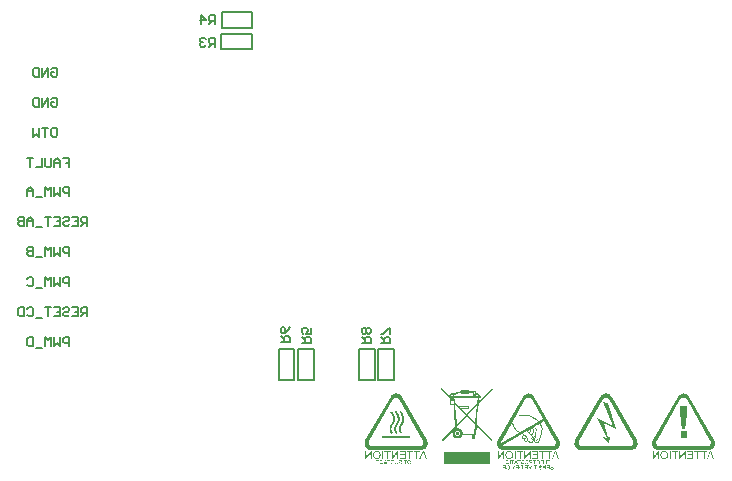
<source format=gbo>
G04*
G04 #@! TF.GenerationSoftware,Altium Limited,Altium Designer,20.2.7 (254)*
G04*
G04 Layer_Color=32896*
%FSLAX25Y25*%
%MOIN*%
G70*
G04*
G04 #@! TF.SameCoordinates,93ECAAD2-9D94-4F50-94FD-CC643B8307E9*
G04*
G04*
G04 #@! TF.FilePolarity,Positive*
G04*
G01*
G75*
%ADD15C,0.00600*%
G36*
X181269Y28370D02*
X176576Y23483D01*
X176437Y22150D01*
X176131Y18957D01*
X175909Y16652D01*
X180935Y11459D01*
X180602Y11125D01*
X175854Y15985D01*
X175576Y13014D01*
X175437D01*
Y11875D01*
X174382D01*
Y13014D01*
X171105D01*
X170994Y12791D01*
X170827Y12569D01*
X170605Y12319D01*
X170299Y12097D01*
X169939Y11986D01*
X169605Y11958D01*
X169272D01*
X169022Y12042D01*
X168717Y12153D01*
X168467Y12319D01*
X168272Y12514D01*
X168078Y12791D01*
X167939Y13097D01*
X167856Y13375D01*
X167828Y13625D01*
X167856Y13902D01*
X167911Y14124D01*
X167995Y14347D01*
X168106Y14569D01*
X168245Y14763D01*
X168439Y14958D01*
X168661Y15096D01*
X168856Y15180D01*
X168828Y15430D01*
X164662Y11125D01*
X164329Y11486D01*
X168772Y16096D01*
X168411Y20123D01*
X168161Y23039D01*
X166828D01*
Y24899D01*
X167189D01*
X163801Y28370D01*
X164162Y28704D01*
X167328Y25427D01*
Y25677D01*
X167273Y25732D01*
X167189Y25788D01*
X167106Y25871D01*
X167023Y25954D01*
X166967Y26093D01*
X166939Y26204D01*
X166912Y26343D01*
X166939Y26510D01*
X166995Y26621D01*
X167106Y26815D01*
X167245Y26926D01*
X167439Y27010D01*
X167634Y27038D01*
X167828Y27010D01*
X167995Y26954D01*
X168133Y26871D01*
X168189Y26788D01*
X168328Y26899D01*
X168522Y27038D01*
X168772Y27149D01*
X169133Y27288D01*
X169522Y27399D01*
X169911Y27482D01*
X170327Y27565D01*
X170660Y27593D01*
Y28010D01*
X173326D01*
Y27648D01*
X173549D01*
X173882Y27621D01*
X174243Y27565D01*
X174604Y27510D01*
Y27732D01*
X175742D01*
Y27204D01*
X175881Y27121D01*
X176076Y27038D01*
X176270Y26926D01*
X176437Y26815D01*
X176603Y26676D01*
X176714Y26566D01*
X176770Y26482D01*
X176825Y26371D01*
X176798Y26177D01*
X177464D01*
Y25316D01*
X176742D01*
X176631Y24233D01*
X180935Y28704D01*
X181269Y28370D01*
D02*
G37*
G36*
X245223Y26871D02*
X245417Y26843D01*
X245584Y26788D01*
X245695Y26732D01*
X245806Y26676D01*
X245862Y26649D01*
X245889Y26621D01*
X246001Y26566D01*
X246056Y26538D01*
X246306Y26316D01*
X246528Y26066D01*
X246639Y25899D01*
X246695Y25844D01*
Y25816D01*
X255053Y11320D01*
X255081D01*
Y11292D01*
Y11264D01*
X255137Y11153D01*
X255192Y11070D01*
X255220Y11014D01*
Y10987D01*
X255248Y10903D01*
X255276Y10792D01*
X255304Y10709D01*
Y10681D01*
X255331Y10376D01*
Y10098D01*
X255304Y9848D01*
X255248Y9626D01*
X255165Y9431D01*
X255109Y9292D01*
X255081Y9209D01*
X255053Y9181D01*
X254942Y8987D01*
X254915Y8931D01*
X254887Y8904D01*
X254748Y8765D01*
X254693Y8709D01*
X254665Y8682D01*
X254415Y8487D01*
X254165Y8348D01*
X253915Y8237D01*
X253665Y8182D01*
X253471Y8126D01*
X253304Y8098D01*
X236392D01*
X236253Y8126D01*
X236142D01*
X236114Y8154D01*
X236003D01*
X235892Y8182D01*
X235809Y8209D01*
X235781D01*
X235504Y8321D01*
X235254Y8459D01*
X235059Y8626D01*
X234893Y8793D01*
X234754Y8931D01*
X234670Y9070D01*
X234615Y9154D01*
X234587Y9181D01*
X234559D01*
X234504Y9320D01*
X234448Y9404D01*
X234420Y9459D01*
Y9487D01*
X234393Y9598D01*
X234365Y9709D01*
X234337Y9765D01*
Y9792D01*
X234309Y10098D01*
Y10376D01*
X234337Y10653D01*
X234393Y10875D01*
X234476Y11070D01*
X234531Y11236D01*
X234559Y11320D01*
X234587Y11348D01*
X242974Y25871D01*
X243085Y26038D01*
X243112Y26093D01*
X243140Y26121D01*
X243279Y26260D01*
X243335Y26316D01*
X243362Y26343D01*
X243612Y26538D01*
X243834Y26676D01*
X244084Y26788D01*
X244307Y26843D01*
X244501Y26899D01*
X244668Y26926D01*
X245029D01*
X245223Y26871D01*
D02*
G37*
G36*
X219397Y26871D02*
X219591Y26843D01*
X219758Y26788D01*
X219869Y26732D01*
X219980Y26676D01*
X220036Y26649D01*
X220063Y26621D01*
X220174Y26566D01*
X220230Y26538D01*
X220480Y26316D01*
X220702Y26066D01*
X220813Y25899D01*
X220869Y25843D01*
Y25816D01*
X229227Y11320D01*
X229255D01*
Y11292D01*
Y11264D01*
X229311Y11153D01*
X229366Y11070D01*
X229394Y11014D01*
Y10987D01*
X229422Y10903D01*
X229450Y10792D01*
X229477Y10709D01*
Y10681D01*
X229505Y10376D01*
Y10098D01*
X229477Y9848D01*
X229422Y9626D01*
X229339Y9431D01*
X229283Y9292D01*
X229255Y9209D01*
X229227Y9181D01*
X229116Y8987D01*
X229089Y8931D01*
X229061Y8904D01*
X228922Y8765D01*
X228866Y8709D01*
X228839Y8682D01*
X228589Y8487D01*
X228339Y8348D01*
X228089Y8237D01*
X227839Y8182D01*
X227645Y8126D01*
X227478Y8098D01*
X210566Y8098D01*
X210427Y8126D01*
X210316D01*
X210288Y8154D01*
X210177D01*
X210066Y8182D01*
X209983Y8209D01*
X209955D01*
X209677Y8321D01*
X209427Y8459D01*
X209233Y8626D01*
X209066Y8793D01*
X208928Y8931D01*
X208844Y9070D01*
X208789Y9154D01*
X208761Y9181D01*
X208733D01*
X208678Y9320D01*
X208622Y9404D01*
X208594Y9459D01*
Y9487D01*
X208567Y9598D01*
X208539Y9709D01*
X208511Y9765D01*
Y9792D01*
X208483Y10098D01*
Y10375D01*
X208511Y10653D01*
X208567Y10875D01*
X208650Y11070D01*
X208705Y11236D01*
X208733Y11320D01*
X208761Y11348D01*
X217147Y25871D01*
X217259Y26038D01*
X217286Y26093D01*
X217314Y26121D01*
X217453Y26260D01*
X217509Y26316D01*
X217536Y26343D01*
X217786Y26538D01*
X218008Y26676D01*
X218258Y26788D01*
X218480Y26843D01*
X218675Y26899D01*
X218842Y26926D01*
X219202D01*
X219397Y26871D01*
D02*
G37*
G36*
X193571D02*
X193765Y26843D01*
X193932Y26788D01*
X194043Y26732D01*
X194154Y26676D01*
X194210Y26649D01*
X194237Y26621D01*
X194348Y26566D01*
X194404Y26538D01*
X194654Y26316D01*
X194876Y26066D01*
X194987Y25899D01*
X195043Y25843D01*
Y25816D01*
X203401Y11320D01*
X203429D01*
Y11292D01*
Y11264D01*
X203485Y11153D01*
X203540Y11070D01*
X203568Y11014D01*
Y10987D01*
X203596Y10903D01*
X203624Y10792D01*
X203651Y10709D01*
Y10681D01*
X203679Y10375D01*
Y10098D01*
X203651Y9848D01*
X203596Y9626D01*
X203512Y9431D01*
X203457Y9292D01*
X203429Y9209D01*
X203401Y9181D01*
X203290Y8987D01*
X203262Y8931D01*
X203235Y8904D01*
X203096Y8765D01*
X203040Y8709D01*
X203013Y8682D01*
X202763Y8487D01*
X202513Y8348D01*
X202263Y8237D01*
X202013Y8182D01*
X201818Y8126D01*
X201652Y8098D01*
X184740D01*
X184601Y8126D01*
X184490D01*
X184462Y8154D01*
X184351D01*
X184240Y8182D01*
X184157Y8209D01*
X184129D01*
X183851Y8321D01*
X183601Y8459D01*
X183407Y8626D01*
X183240Y8793D01*
X183101Y8931D01*
X183018Y9070D01*
X182963Y9154D01*
X182935Y9181D01*
X182907D01*
X182852Y9320D01*
X182796Y9404D01*
X182768Y9459D01*
Y9487D01*
X182740Y9598D01*
X182713Y9709D01*
X182685Y9765D01*
Y9792D01*
X182657Y10098D01*
Y10375D01*
X182685Y10653D01*
X182740Y10875D01*
X182824Y11070D01*
X182879Y11236D01*
X182907Y11320D01*
X182935Y11348D01*
X191321Y25871D01*
X191432Y26038D01*
X191460Y26093D01*
X191488Y26121D01*
X191627Y26260D01*
X191682Y26316D01*
X191710Y26343D01*
X191960Y26538D01*
X192182Y26676D01*
X192432Y26788D01*
X192654Y26843D01*
X192849Y26899D01*
X193015Y26926D01*
X193376D01*
X193571Y26871D01*
D02*
G37*
G36*
X149416Y26871D02*
X149611Y26843D01*
X149777Y26788D01*
X149889Y26732D01*
X150000Y26676D01*
X150055Y26649D01*
X150083Y26621D01*
X150194Y26565D01*
X150250Y26538D01*
X150499Y26316D01*
X150722Y26066D01*
X150833Y25899D01*
X150888Y25843D01*
Y25816D01*
X159247Y11320D01*
X159275D01*
Y11292D01*
Y11264D01*
X159330Y11153D01*
X159386Y11070D01*
X159414Y11014D01*
Y10987D01*
X159441Y10903D01*
X159469Y10792D01*
X159497Y10709D01*
Y10681D01*
X159525Y10375D01*
Y10098D01*
X159497Y9848D01*
X159441Y9626D01*
X159358Y9431D01*
X159303Y9292D01*
X159275Y9209D01*
X159247Y9181D01*
X159136Y8987D01*
X159108Y8931D01*
X159080Y8904D01*
X158942Y8765D01*
X158886Y8709D01*
X158858Y8682D01*
X158608Y8487D01*
X158358Y8348D01*
X158108Y8237D01*
X157859Y8182D01*
X157664Y8126D01*
X157498Y8098D01*
X140586D01*
X140447Y8126D01*
X140336D01*
X140308Y8154D01*
X140197D01*
X140086Y8182D01*
X140002Y8209D01*
X139975D01*
X139697Y8321D01*
X139447Y8459D01*
X139253Y8626D01*
X139086Y8793D01*
X138947Y8931D01*
X138864Y9070D01*
X138808Y9154D01*
X138781Y9181D01*
X138753D01*
X138697Y9320D01*
X138642Y9404D01*
X138614Y9459D01*
Y9487D01*
X138586Y9598D01*
X138558Y9709D01*
X138531Y9765D01*
Y9792D01*
X138503Y10098D01*
Y10375D01*
X138531Y10653D01*
X138586Y10875D01*
X138670Y11070D01*
X138725Y11236D01*
X138753Y11320D01*
X138781Y11348D01*
X147167Y25871D01*
X147278Y26038D01*
X147306Y26093D01*
X147334Y26121D01*
X147473Y26260D01*
X147528Y26316D01*
X147556Y26343D01*
X147806Y26538D01*
X148028Y26676D01*
X148278Y26788D01*
X148500Y26843D01*
X148695Y26899D01*
X148861Y26926D01*
X149222D01*
X149416Y26871D01*
D02*
G37*
G36*
X245556Y5099D02*
X245223D01*
Y7210D01*
X243807Y5099D01*
X243446D01*
Y7765D01*
X243779D01*
Y5682D01*
X245195Y7765D01*
X245556D01*
Y5099D01*
D02*
G37*
G36*
X236670D02*
X236337D01*
Y7210D01*
X234948Y5099D01*
X234587D01*
Y7765D01*
X234920D01*
Y5682D01*
X236309Y7765D01*
X236670D01*
Y5099D01*
D02*
G37*
G36*
X193904Y5099D02*
X193571D01*
Y7210D01*
X192155Y5099D01*
X191794D01*
Y7765D01*
X192127D01*
Y5682D01*
X193543Y7765D01*
X193904D01*
Y5099D01*
D02*
G37*
G36*
X185018D02*
X184684D01*
Y7210D01*
X183296Y5099D01*
X182935D01*
Y7765D01*
X183268D01*
Y5682D01*
X184657Y7765D01*
X185018D01*
Y5099D01*
D02*
G37*
G36*
X149750Y5099D02*
X149416D01*
Y7210D01*
X148000Y5099D01*
X147639D01*
Y7765D01*
X147972D01*
Y5682D01*
X149389Y7765D01*
X149750D01*
Y5099D01*
D02*
G37*
G36*
X140863D02*
X140530D01*
Y7210D01*
X139142Y5099D01*
X138781D01*
Y7765D01*
X139114D01*
Y5682D01*
X140502Y7765D01*
X140863D01*
Y5099D01*
D02*
G37*
G36*
X255053Y5099D02*
X254693D01*
X254387Y5905D01*
X253276D01*
X252971Y5099D01*
X252582D01*
X253665Y7765D01*
X254054D01*
X255053Y5099D01*
D02*
G37*
G36*
X252776Y7460D02*
X251888D01*
Y5099D01*
X251527D01*
Y7460D01*
X250666D01*
Y7765D01*
X252776D01*
Y7460D01*
D02*
G37*
G36*
X250499D02*
X249611D01*
Y5099D01*
X249277D01*
Y7460D01*
X248389D01*
Y7765D01*
X250499D01*
Y7460D01*
D02*
G37*
G36*
X248028Y5099D02*
X246028D01*
Y5405D01*
X247667D01*
Y6321D01*
X246195D01*
Y6627D01*
X247667D01*
Y7460D01*
X246084D01*
Y7765D01*
X248028D01*
Y5099D01*
D02*
G37*
G36*
X243057Y7460D02*
X242196D01*
Y5099D01*
X241835D01*
Y7460D01*
X240946D01*
Y7765D01*
X243057D01*
Y7460D01*
D02*
G37*
G36*
X240530Y5099D02*
X240169D01*
Y7765D01*
X240530D01*
Y5099D01*
D02*
G37*
G36*
X203401Y5099D02*
X203040D01*
X202735Y5905D01*
X201624D01*
X201319Y5099D01*
X200930D01*
X202013Y7765D01*
X202402D01*
X203401Y5099D01*
D02*
G37*
G36*
X201124Y7460D02*
X200236D01*
Y5099D01*
X199875D01*
Y7460D01*
X199014D01*
Y7765D01*
X201124D01*
Y7460D01*
D02*
G37*
G36*
X198847D02*
X197958D01*
Y5099D01*
X197625D01*
Y7460D01*
X196737D01*
Y7765D01*
X198847D01*
Y7460D01*
D02*
G37*
G36*
X196376Y5099D02*
X194376D01*
Y5405D01*
X196014D01*
Y6321D01*
X194543D01*
Y6627D01*
X196014D01*
Y7460D01*
X194432D01*
Y7765D01*
X196376D01*
Y5099D01*
D02*
G37*
G36*
X191405Y7460D02*
X190544D01*
Y5099D01*
X190183D01*
Y7460D01*
X189294D01*
Y7765D01*
X191405D01*
Y7460D01*
D02*
G37*
G36*
X188878Y5099D02*
X188517D01*
Y7765D01*
X188878D01*
Y5099D01*
D02*
G37*
G36*
X159247Y5099D02*
X158886D01*
X158581Y5905D01*
X157470D01*
X157164Y5099D01*
X156775D01*
X157859Y7765D01*
X158247D01*
X159247Y5099D01*
D02*
G37*
G36*
X156970Y7460D02*
X156081D01*
Y5099D01*
X155720D01*
Y7460D01*
X154859D01*
Y7765D01*
X156970D01*
Y7460D01*
D02*
G37*
G36*
X154693D02*
X153804D01*
Y5099D01*
X153471D01*
Y7460D01*
X152582D01*
Y7765D01*
X154693D01*
Y7460D01*
D02*
G37*
G36*
X152221Y5099D02*
X150222D01*
Y5405D01*
X151860D01*
Y6321D01*
X150388D01*
Y6627D01*
X151860D01*
Y7460D01*
X150277D01*
Y7765D01*
X152221D01*
Y5099D01*
D02*
G37*
G36*
X147250Y7460D02*
X146389D01*
Y5099D01*
X146028D01*
Y7460D01*
X145140D01*
Y7765D01*
X147250D01*
Y7460D01*
D02*
G37*
G36*
X144723Y5099D02*
X144362D01*
Y7765D01*
X144723D01*
Y5099D01*
D02*
G37*
G36*
X238586Y7793D02*
X238780Y7765D01*
X239058Y7626D01*
X239169Y7543D01*
X239252Y7487D01*
X239280Y7460D01*
X239308Y7432D01*
X239419Y7293D01*
X239502Y7126D01*
X239613Y6793D01*
X239641Y6627D01*
X239669Y6515D01*
Y6432D01*
Y6404D01*
X239641Y6154D01*
X239586Y5932D01*
X239558Y5793D01*
X239530Y5766D01*
Y5738D01*
X239391Y5516D01*
X239225Y5377D01*
X239114Y5266D01*
X239058Y5238D01*
X238836Y5155D01*
X238614Y5099D01*
X238447Y5071D01*
X238392D01*
X238142Y5099D01*
X237947Y5155D01*
X237808Y5210D01*
X237753Y5238D01*
X237558Y5377D01*
X237392Y5516D01*
X237309Y5655D01*
X237281Y5710D01*
X237170Y5960D01*
X237142Y6182D01*
X237114Y6377D01*
Y6404D01*
Y6432D01*
X237142Y6710D01*
X237197Y6932D01*
X237253Y7099D01*
X237281Y7126D01*
Y7154D01*
X237420Y7349D01*
X237558Y7515D01*
X237669Y7599D01*
X237725Y7626D01*
X237947Y7737D01*
X238169Y7793D01*
X238336Y7821D01*
X238392D01*
X238586Y7793D01*
D02*
G37*
G36*
X186934Y7793D02*
X187128Y7765D01*
X187406Y7626D01*
X187517Y7543D01*
X187600Y7487D01*
X187628Y7460D01*
X187656Y7432D01*
X187767Y7293D01*
X187850Y7126D01*
X187961Y6793D01*
X187989Y6627D01*
X188017Y6515D01*
Y6432D01*
Y6404D01*
X187989Y6154D01*
X187934Y5932D01*
X187906Y5793D01*
X187878Y5766D01*
Y5738D01*
X187739Y5516D01*
X187573Y5377D01*
X187461Y5266D01*
X187406Y5238D01*
X187184Y5155D01*
X186961Y5099D01*
X186795Y5071D01*
X186739D01*
X186489Y5099D01*
X186295Y5155D01*
X186156Y5210D01*
X186101Y5238D01*
X185906Y5377D01*
X185740Y5516D01*
X185656Y5655D01*
X185628Y5710D01*
X185518Y5960D01*
X185490Y6182D01*
X185462Y6377D01*
Y6404D01*
Y6432D01*
X185490Y6710D01*
X185545Y6932D01*
X185601Y7099D01*
X185628Y7126D01*
Y7154D01*
X185767Y7349D01*
X185906Y7515D01*
X186017Y7599D01*
X186073Y7626D01*
X186295Y7737D01*
X186517Y7793D01*
X186684Y7821D01*
X186739D01*
X186934Y7793D01*
D02*
G37*
G36*
X142779Y7793D02*
X142974Y7765D01*
X143252Y7626D01*
X143363Y7543D01*
X143446Y7487D01*
X143474Y7460D01*
X143501Y7432D01*
X143613Y7293D01*
X143696Y7126D01*
X143807Y6793D01*
X143835Y6627D01*
X143862Y6515D01*
Y6432D01*
Y6404D01*
X143835Y6154D01*
X143779Y5932D01*
X143751Y5793D01*
X143724Y5766D01*
Y5738D01*
X143585Y5516D01*
X143418Y5377D01*
X143307Y5266D01*
X143252Y5238D01*
X143029Y5155D01*
X142807Y5099D01*
X142641Y5071D01*
X142585D01*
X142335Y5099D01*
X142141Y5155D01*
X142002Y5210D01*
X141946Y5238D01*
X141752Y5377D01*
X141585Y5516D01*
X141502Y5655D01*
X141474Y5710D01*
X141363Y5960D01*
X141335Y6182D01*
X141308Y6377D01*
Y6404D01*
Y6432D01*
X141335Y6710D01*
X141391Y6932D01*
X141446Y7099D01*
X141474Y7126D01*
Y7154D01*
X141613Y7349D01*
X141752Y7515D01*
X141863Y7598D01*
X141919Y7626D01*
X142141Y7737D01*
X142363Y7793D01*
X142529Y7821D01*
X142585D01*
X142779Y7793D01*
D02*
G37*
G36*
X155332Y3378D02*
X155165D01*
Y3988D01*
X154471D01*
Y3378D01*
X154276D01*
Y4683D01*
X154471D01*
Y4127D01*
X155165D01*
Y4683D01*
X155332D01*
Y3378D01*
D02*
G37*
G36*
X196598Y4683D02*
X196653Y4655D01*
X196681Y4627D01*
X196764Y4544D01*
X196848Y4461D01*
X196875Y4405D01*
X196903Y4377D01*
X196959Y4266D01*
X196986Y4155D01*
Y4044D01*
Y4016D01*
Y3877D01*
X196959Y3766D01*
X196931Y3683D01*
Y3655D01*
X196848Y3572D01*
X196792Y3516D01*
X196737Y3461D01*
X196709D01*
X196598Y3405D01*
X196487Y3378D01*
X196376Y3350D01*
X196348D01*
X196237Y3378D01*
X196126Y3433D01*
X196042Y3461D01*
X196014Y3489D01*
X195931Y3544D01*
X195876Y3655D01*
X195820Y3739D01*
Y3766D01*
X195987Y3822D01*
X196042Y3711D01*
X196070Y3627D01*
X196098Y3572D01*
X196126D01*
X196209Y3544D01*
X196292Y3516D01*
X196376D01*
X196514Y3544D01*
X196598D01*
X196681Y3600D01*
X196709Y3655D01*
X196764Y3711D01*
Y3739D01*
X196820Y3933D01*
Y3988D01*
Y4016D01*
X196792Y4183D01*
X196764Y4238D01*
Y4266D01*
X196681Y4433D01*
X196625Y4461D01*
Y4488D01*
X196431Y4544D01*
X196348D01*
X196209Y4516D01*
X196153Y4488D01*
X196070Y4433D01*
X196042Y4349D01*
X196014Y4294D01*
Y4266D01*
X195848Y4322D01*
X195903Y4433D01*
X195959Y4516D01*
X195987Y4572D01*
X196014Y4599D01*
X196126Y4655D01*
X196237Y4710D01*
X196487D01*
X196598Y4683D01*
D02*
G37*
G36*
X186323D02*
X186406Y4655D01*
X186434Y4627D01*
X186517Y4544D01*
X186600Y4461D01*
X186628Y4405D01*
X186656Y4377D01*
X186712Y4266D01*
X186739Y4155D01*
Y4044D01*
Y4016D01*
X186712Y3877D01*
X186684Y3766D01*
X186656Y3683D01*
Y3655D01*
X186600Y3572D01*
X186545Y3516D01*
X186489Y3461D01*
X186462D01*
X186351Y3405D01*
X186240Y3378D01*
X186128Y3350D01*
X186101D01*
X185962Y3378D01*
X185851Y3433D01*
X185795Y3461D01*
X185767Y3489D01*
X185656Y3544D01*
X185601Y3655D01*
X185545Y3739D01*
Y3766D01*
X185740Y3822D01*
X185767Y3711D01*
X185823Y3627D01*
X185851Y3600D01*
X185879Y3572D01*
X185962Y3544D01*
X186045Y3516D01*
X186128D01*
X186267Y3544D01*
X186351D01*
X186434Y3600D01*
X186462Y3655D01*
X186517Y3711D01*
Y3739D01*
X186545Y3933D01*
Y3988D01*
Y4016D01*
X186517Y4183D01*
Y4238D01*
Y4266D01*
X186434Y4433D01*
X186378Y4461D01*
Y4488D01*
X186184Y4544D01*
X186101D01*
X185934Y4516D01*
X185906Y4488D01*
X185879D01*
X185823Y4433D01*
X185767Y4349D01*
X185740Y4294D01*
Y4266D01*
X185573Y4322D01*
X185628Y4433D01*
X185684Y4516D01*
X185740Y4572D01*
X185767Y4599D01*
X185879Y4655D01*
X185990Y4710D01*
X186212D01*
X186323Y4683D01*
D02*
G37*
G36*
X180269Y7293D02*
Y7237D01*
Y7126D01*
Y7015D01*
Y6904D01*
Y6793D01*
Y6738D01*
Y6710D01*
Y6266D01*
Y5849D01*
Y5655D01*
Y5516D01*
Y5432D01*
Y5405D01*
Y4905D01*
Y4683D01*
Y4488D01*
Y4322D01*
Y4211D01*
Y4127D01*
Y4100D01*
Y3905D01*
Y3766D01*
Y3655D01*
Y3600D01*
Y3516D01*
X165079Y3516D01*
Y3544D01*
Y3600D01*
Y3822D01*
Y4016D01*
Y4072D01*
Y4100D01*
Y4544D01*
Y4960D01*
Y5155D01*
Y5294D01*
Y5377D01*
Y5405D01*
Y5905D01*
Y6127D01*
Y6321D01*
Y6488D01*
Y6599D01*
Y6682D01*
Y6710D01*
Y6904D01*
Y7071D01*
Y7182D01*
Y7237D01*
Y7293D01*
Y7321D01*
X180269Y7321D01*
Y7293D01*
D02*
G37*
G36*
X149694Y3905D02*
Y3766D01*
X149666Y3655D01*
X149639Y3600D01*
Y3572D01*
X149528Y3461D01*
X149500Y3433D01*
X149472D01*
X149389Y3378D01*
X149278Y3350D01*
X149167D01*
X149028Y3378D01*
X148944Y3405D01*
X148889Y3433D01*
X148861D01*
X148778Y3489D01*
X148722Y3544D01*
X148695Y3600D01*
X148667Y3683D01*
X148639Y3794D01*
Y3877D01*
Y3905D01*
Y4683D01*
X148805D01*
Y3905D01*
Y3739D01*
X148833Y3655D01*
X148861Y3600D01*
X148889Y3572D01*
X148972Y3544D01*
X149056Y3516D01*
X149361D01*
X149444Y3600D01*
X149472Y3655D01*
X149500Y3711D01*
Y3794D01*
Y3877D01*
Y3905D01*
Y4683D01*
X149694D01*
Y3905D01*
D02*
G37*
G36*
X144390Y4683D02*
X144446Y4655D01*
X144473Y4627D01*
X144585Y4544D01*
X144640Y4461D01*
X144696Y4405D01*
Y4377D01*
X144751Y4266D01*
X144779Y4155D01*
Y4044D01*
Y4016D01*
Y3877D01*
X144751Y3766D01*
X144723Y3683D01*
Y3655D01*
X144640Y3572D01*
X144585Y3516D01*
X144529Y3461D01*
X144501D01*
X144390Y3405D01*
X144279Y3378D01*
X144168Y3350D01*
X144140D01*
X144001Y3378D01*
X143890Y3433D01*
X143835Y3461D01*
X143807Y3489D01*
X143724Y3544D01*
X143668Y3655D01*
X143613Y3739D01*
Y3766D01*
X143779Y3822D01*
X143807Y3711D01*
X143862Y3627D01*
X143890Y3600D01*
X143918Y3572D01*
X144085Y3516D01*
X144168D01*
X144307Y3544D01*
X144390D01*
X144473Y3600D01*
X144501Y3655D01*
X144557Y3711D01*
Y3739D01*
X144612Y3933D01*
Y3988D01*
Y4016D01*
X144585Y4183D01*
X144557Y4238D01*
Y4266D01*
X144473Y4433D01*
X144418Y4461D01*
Y4488D01*
X144223Y4544D01*
X144140D01*
X144001Y4516D01*
X143946Y4488D01*
X143835Y4349D01*
X143807Y4294D01*
Y4266D01*
X143640Y4322D01*
X143696Y4433D01*
X143751Y4516D01*
X143779Y4572D01*
X143807Y4599D01*
X143918Y4655D01*
X144029Y4710D01*
X144279D01*
X144390Y4683D01*
D02*
G37*
G36*
X200458Y3378D02*
X199458D01*
Y3516D01*
X200263D01*
Y3961D01*
X199541D01*
Y4127D01*
X200263D01*
Y4516D01*
X199486D01*
Y4683D01*
X200458D01*
Y3378D01*
D02*
G37*
G36*
X199208D02*
X198375D01*
Y3516D01*
X199041D01*
Y4683D01*
X199208D01*
Y3378D01*
D02*
G37*
G36*
X198181D02*
X197181D01*
Y3516D01*
X197986D01*
Y3961D01*
X197264D01*
Y4127D01*
X197986D01*
Y4516D01*
X197209D01*
Y4683D01*
X198181D01*
Y3378D01*
D02*
G37*
G36*
X195681Y4516D02*
X195265D01*
Y3378D01*
X195070D01*
Y4516D01*
X194626D01*
Y4683D01*
X195681D01*
Y4516D01*
D02*
G37*
G36*
X194459Y3378D02*
X194265D01*
Y3933D01*
X193987D01*
X193932Y3905D01*
X193904D01*
X193849Y3850D01*
X193821Y3822D01*
X193765Y3766D01*
X193737Y3711D01*
X193682Y3655D01*
Y3627D01*
X193515Y3378D01*
X193293D01*
X193515Y3711D01*
X193626Y3850D01*
X193654Y3877D01*
X193737Y3933D01*
X193765Y3961D01*
X193626Y3988D01*
X193543Y4016D01*
X193515Y4072D01*
X193488D01*
X193432Y4155D01*
X193404Y4238D01*
Y4294D01*
Y4322D01*
X193432Y4461D01*
X193460Y4488D01*
Y4516D01*
X193488Y4572D01*
X193543Y4627D01*
X193571Y4655D01*
X193598D01*
X193765Y4683D01*
X194459D01*
Y3378D01*
D02*
G37*
G36*
X190544Y4516D02*
X190100D01*
Y3378D01*
X189933D01*
Y4516D01*
X189489D01*
Y4683D01*
X190544D01*
Y4516D01*
D02*
G37*
G36*
X189572Y3378D02*
X189405D01*
X189239Y3739D01*
X188683D01*
X188544Y3378D01*
X188322D01*
X188878Y4683D01*
X189072D01*
X189572Y3378D01*
D02*
G37*
G36*
X188433Y4516D02*
X187989D01*
Y3378D01*
X187822D01*
Y4516D01*
X187378D01*
Y4683D01*
X188433D01*
Y4516D01*
D02*
G37*
G36*
X187184Y3378D02*
X186989D01*
Y4683D01*
X187184D01*
Y3378D01*
D02*
G37*
G36*
X152638Y4516D02*
X152193D01*
Y3378D01*
X152027D01*
Y4516D01*
X151583D01*
Y4683D01*
X152638D01*
Y4516D01*
D02*
G37*
G36*
X148333Y3378D02*
X148167D01*
Y3933D01*
X147861D01*
X147806Y3905D01*
X147778D01*
X147722Y3850D01*
X147695Y3822D01*
X147667Y3766D01*
X147611Y3711D01*
X147584Y3655D01*
X147556Y3627D01*
X147389Y3378D01*
X147167D01*
X147389Y3711D01*
X147500Y3850D01*
X147556Y3877D01*
X147611Y3933D01*
X147639Y3961D01*
X147528Y3988D01*
X147445Y4016D01*
X147389Y4072D01*
X147362D01*
X147306Y4155D01*
X147278Y4238D01*
Y4294D01*
Y4322D01*
X147306Y4461D01*
X147334Y4488D01*
Y4516D01*
X147417Y4627D01*
X147445Y4655D01*
X147473D01*
X147639Y4683D01*
X148333D01*
Y3378D01*
D02*
G37*
G36*
X147001D02*
X146834D01*
Y3961D01*
X146195D01*
Y4100D01*
X146834D01*
Y4516D01*
X146112D01*
Y4683D01*
X147001D01*
Y3378D01*
D02*
G37*
G36*
X146112D02*
X145917D01*
X145779Y3739D01*
X145223D01*
X145084Y3378D01*
X144862D01*
X145418Y4683D01*
X145612D01*
X146112Y3378D01*
D02*
G37*
G36*
X143390D02*
X142391D01*
Y3516D01*
X143196D01*
Y3961D01*
X142474D01*
Y4127D01*
X143196D01*
Y4516D01*
X142418D01*
Y4683D01*
X143390D01*
Y3378D01*
D02*
G37*
G36*
X192738Y4683D02*
X192877Y4627D01*
X192960Y4544D01*
X192988Y4516D01*
X193071Y4349D01*
X193126Y4183D01*
X193154Y4044D01*
Y4016D01*
Y3988D01*
Y3850D01*
X193126Y3739D01*
X193099Y3683D01*
Y3655D01*
X193043Y3572D01*
X192960Y3516D01*
X192904Y3461D01*
X192877D01*
X192765Y3405D01*
X192654Y3378D01*
X192571Y3350D01*
X192543D01*
X192404Y3378D01*
X192293Y3405D01*
X192238Y3433D01*
X192210D01*
X192043Y3572D01*
X192016Y3627D01*
X191988Y3655D01*
X191932Y3766D01*
X191905Y3877D01*
Y3988D01*
Y4016D01*
Y4155D01*
X191932Y4266D01*
X191960Y4349D01*
X191988Y4377D01*
X192043Y4488D01*
X192127Y4544D01*
X192182Y4599D01*
X192210D01*
X192321Y4655D01*
X192432Y4710D01*
X192543D01*
X192738Y4683D01*
D02*
G37*
G36*
X191377D02*
X191432Y4655D01*
X191460D01*
X191571Y4572D01*
X191627Y4544D01*
Y4516D01*
X191682Y4377D01*
Y4349D01*
Y4322D01*
X191655Y4211D01*
X191627Y4183D01*
X191599Y4127D01*
X191544Y4072D01*
X191516Y4044D01*
X191488D01*
X191432Y4016D01*
X191349Y3988D01*
X191266Y3961D01*
X191238D01*
X191127Y3933D01*
X191044Y3905D01*
X190988D01*
X190905Y3850D01*
X190877Y3822D01*
X190849Y3739D01*
Y3711D01*
Y3627D01*
X190877Y3600D01*
X190960Y3544D01*
X190988Y3516D01*
X191377D01*
X191432Y3572D01*
X191488Y3600D01*
X191516Y3627D01*
X191571Y3739D01*
Y3794D01*
X191738Y3766D01*
X191710Y3683D01*
X191682Y3600D01*
X191655Y3572D01*
Y3544D01*
X191516Y3433D01*
X191488Y3405D01*
X191460D01*
X191377Y3378D01*
X191266Y3350D01*
X191155D01*
X190988Y3378D01*
X190933Y3405D01*
X190905D01*
X190794Y3489D01*
X190738Y3516D01*
X190683Y3655D01*
Y3711D01*
X190710Y3850D01*
X190738Y3905D01*
X190849Y4016D01*
X190877Y4044D01*
X190905D01*
X190988Y4072D01*
X191071Y4100D01*
X191155Y4127D01*
X191182D01*
X191321Y4155D01*
X191405Y4183D01*
X191460Y4211D01*
X191516Y4294D01*
Y4349D01*
X191488Y4405D01*
X191460Y4461D01*
X191432Y4488D01*
X191377Y4516D01*
X191294Y4544D01*
X191099D01*
X191044Y4516D01*
X190988Y4488D01*
X190933Y4433D01*
X190905Y4377D01*
X190877Y4322D01*
Y4294D01*
X190710D01*
X190738Y4461D01*
X190766Y4488D01*
Y4516D01*
X190905Y4627D01*
X190933Y4655D01*
X190960D01*
X191127Y4710D01*
X191210D01*
X191377Y4683D01*
D02*
G37*
G36*
X153610Y4683D02*
X153749Y4627D01*
X153832Y4544D01*
X153860Y4516D01*
X153971Y4349D01*
X154026Y4183D01*
X154054Y4044D01*
Y4016D01*
Y3988D01*
X154026Y3877D01*
X153998Y3766D01*
X153971Y3683D01*
Y3655D01*
X153887Y3572D01*
X153832Y3516D01*
X153776Y3461D01*
X153749D01*
X153638Y3405D01*
X153526Y3378D01*
X153443Y3350D01*
X153415D01*
X153304Y3378D01*
X153193Y3405D01*
X153110Y3433D01*
X153082D01*
X152916Y3572D01*
X152888Y3627D01*
X152860Y3655D01*
X152804Y3766D01*
X152777Y3877D01*
Y3988D01*
Y4016D01*
Y4155D01*
X152804Y4266D01*
X152832Y4349D01*
Y4377D01*
X152916Y4488D01*
X152999Y4544D01*
X153054Y4599D01*
X153082D01*
X153193Y4655D01*
X153304Y4710D01*
X153415D01*
X153610Y4683D01*
D02*
G37*
G36*
X150638D02*
X150694Y4655D01*
X150722D01*
X150833Y4572D01*
X150888Y4544D01*
Y4516D01*
X150944Y4377D01*
Y4349D01*
Y4322D01*
X150916Y4211D01*
X150888Y4183D01*
X150805Y4072D01*
X150749Y4044D01*
X150666Y4016D01*
X150583Y3988D01*
X150527Y3961D01*
X150499D01*
X150361Y3933D01*
X150277Y3905D01*
X150250D01*
X150166Y3850D01*
X150138Y3822D01*
X150083Y3739D01*
Y3711D01*
X150111Y3627D01*
X150138Y3600D01*
X150194Y3544D01*
X150222Y3516D01*
X150638D01*
X150722Y3600D01*
X150749Y3627D01*
X150805Y3739D01*
Y3794D01*
X150999Y3766D01*
X150944Y3600D01*
X150916Y3572D01*
Y3544D01*
X150777Y3433D01*
X150749Y3405D01*
X150722D01*
X150527Y3350D01*
X150416D01*
X150250Y3378D01*
X150194Y3405D01*
X150166D01*
X150027Y3489D01*
X150000Y3516D01*
X149944Y3572D01*
X149916Y3655D01*
Y3683D01*
Y3711D01*
X149944Y3850D01*
X149972Y3905D01*
X150027Y3961D01*
X150083Y4016D01*
X150138Y4044D01*
X150166D01*
X150222Y4072D01*
X150333Y4100D01*
X150416Y4127D01*
X150444D01*
X150583Y4155D01*
X150666Y4183D01*
X150722Y4211D01*
X150749Y4294D01*
Y4349D01*
X150722Y4461D01*
X150694Y4488D01*
X150611Y4516D01*
X150527Y4544D01*
X150444D01*
X150277Y4516D01*
X150250Y4488D01*
X150222D01*
X150166Y4433D01*
X150138Y4377D01*
Y4322D01*
Y4294D01*
X149972D01*
X150000Y4461D01*
X150027Y4488D01*
Y4516D01*
X150138Y4627D01*
X150166Y4655D01*
X150194D01*
X150361Y4710D01*
X150472D01*
X150638Y4683D01*
D02*
G37*
G36*
X198986Y1572D02*
X198819D01*
Y2628D01*
X198125Y1572D01*
X197931D01*
Y2905D01*
X198097D01*
Y1850D01*
X198819Y2905D01*
X198986D01*
Y1572D01*
D02*
G37*
G36*
X193849D02*
X193682D01*
X193154Y2905D01*
X193349D01*
X193682Y1933D01*
X193737Y1795D01*
X193765Y1739D01*
Y1711D01*
X193793Y1822D01*
X193821Y1906D01*
X193849Y1933D01*
X194182Y2905D01*
X194376D01*
X193849Y1572D01*
D02*
G37*
G36*
X188267D02*
X188100D01*
X187573Y2905D01*
X187767D01*
X188128Y1933D01*
X188183Y1795D01*
Y1739D01*
Y1711D01*
X188239Y1850D01*
X188267Y1906D01*
Y1933D01*
X188600Y2905D01*
X188794D01*
X188267Y1572D01*
D02*
G37*
G36*
X186573Y2905D02*
X186628Y2878D01*
X186656Y2850D01*
X186739Y2767D01*
X186823Y2683D01*
X186850Y2628D01*
X186878Y2600D01*
X186934Y2489D01*
X186961Y2378D01*
Y2267D01*
Y2239D01*
X186934Y2100D01*
X186906Y1989D01*
X186878Y1933D01*
Y1906D01*
X186823Y1795D01*
X186767Y1711D01*
X186712Y1656D01*
X186684Y1628D01*
X186573Y1572D01*
X186462Y1545D01*
X186323D01*
X186184Y1572D01*
X186073Y1600D01*
X186017Y1628D01*
X185990Y1656D01*
X185906Y1767D01*
X185851Y1878D01*
X185795Y1961D01*
Y1989D01*
X185962Y2045D01*
X185990Y1933D01*
X186045Y1850D01*
X186073Y1822D01*
X186101Y1795D01*
X186184Y1739D01*
X186267Y1711D01*
X186351D01*
X186489Y1739D01*
X186545Y1767D01*
X186573D01*
X186628Y1822D01*
X186684Y1878D01*
X186712Y1933D01*
Y1961D01*
X186767Y2156D01*
Y2211D01*
Y2239D01*
X186739Y2433D01*
Y2489D01*
Y2517D01*
X186712Y2600D01*
X186656Y2655D01*
X186600Y2711D01*
X186573D01*
X186489Y2767D01*
X186406Y2794D01*
X186240D01*
X186156Y2767D01*
X186128Y2739D01*
X186101Y2711D01*
X186045Y2655D01*
X185990Y2572D01*
X185962Y2517D01*
Y2489D01*
X185795Y2544D01*
X185851Y2683D01*
X185906Y2767D01*
X185962Y2794D01*
X185990Y2822D01*
X186101Y2878D01*
X186212Y2933D01*
X186462D01*
X186573Y2905D01*
D02*
G37*
G36*
X200208Y1572D02*
X199236D01*
Y1739D01*
X200041D01*
Y2183D01*
X199319D01*
Y2350D01*
X200041D01*
Y2739D01*
X199264D01*
Y2905D01*
X200208D01*
Y1572D01*
D02*
G37*
G36*
X196376D02*
X196209D01*
Y2905D01*
X196376D01*
Y1572D01*
D02*
G37*
G36*
X195987Y2739D02*
X195542D01*
Y1572D01*
X195376D01*
Y2739D01*
X194931D01*
Y2905D01*
X195987D01*
Y2739D01*
D02*
G37*
G36*
X194737Y1572D02*
X194543D01*
Y2905D01*
X194737D01*
Y1572D01*
D02*
G37*
G36*
X192988D02*
X192016D01*
Y1739D01*
X192821D01*
Y2183D01*
X192099D01*
Y2350D01*
X192821D01*
Y2739D01*
X192043D01*
Y2905D01*
X192988D01*
Y1572D01*
D02*
G37*
G36*
X191238D02*
X190766D01*
X190599Y1600D01*
X190544D01*
X190433Y1628D01*
X190377Y1656D01*
X190322Y1739D01*
X190266Y1795D01*
X190211Y1933D01*
X190183Y1961D01*
Y1989D01*
X190155Y2072D01*
Y2156D01*
Y2211D01*
Y2239D01*
Y2378D01*
Y2489D01*
X190183Y2544D01*
Y2572D01*
X190294Y2739D01*
X190322Y2767D01*
X190349Y2794D01*
X190488Y2850D01*
X190516Y2878D01*
X190544D01*
X190710Y2905D01*
X191238D01*
Y1572D01*
D02*
G37*
G36*
X189905D02*
X188905D01*
Y1739D01*
X189711D01*
Y2183D01*
X188989D01*
Y2350D01*
X189711D01*
Y2739D01*
X188933D01*
Y2905D01*
X189905D01*
Y1572D01*
D02*
G37*
G36*
X187378D02*
X187211D01*
Y2905D01*
X187378D01*
Y1572D01*
D02*
G37*
G36*
X185545D02*
X184573D01*
Y1739D01*
X185379D01*
Y2183D01*
X184657D01*
Y2350D01*
X185379D01*
Y2739D01*
X184601D01*
Y2905D01*
X185545D01*
Y1572D01*
D02*
G37*
G36*
X201152Y2905D02*
X201207Y2878D01*
X201235D01*
X201319Y2850D01*
X201374Y2794D01*
X201402Y2767D01*
X201430Y2739D01*
X201485Y2628D01*
Y2600D01*
Y2572D01*
X201457Y2461D01*
X201430Y2406D01*
X201346Y2294D01*
X201291Y2267D01*
X201207Y2239D01*
X201124Y2211D01*
X201069Y2183D01*
X201041D01*
X200874Y2156D01*
X200819Y2128D01*
X200791D01*
X200708Y2072D01*
X200680Y2045D01*
X200624Y1961D01*
Y1933D01*
X200652Y1850D01*
X200680Y1822D01*
X200735Y1767D01*
X200763Y1739D01*
X200791D01*
X200902Y1711D01*
X200958D01*
X201096Y1739D01*
X201180D01*
X201263Y1822D01*
X201291Y1850D01*
X201346Y1961D01*
Y1989D01*
Y2017D01*
X201513D01*
X201485Y1850D01*
X201457Y1795D01*
Y1767D01*
X201319Y1656D01*
X201291Y1600D01*
X201263D01*
X201069Y1545D01*
X200958D01*
X200791Y1572D01*
X200735Y1600D01*
X200708D01*
X200569Y1684D01*
X200513Y1739D01*
X200458Y1906D01*
Y1933D01*
Y1961D01*
X200485Y2100D01*
X200513Y2128D01*
X200569Y2211D01*
X200652Y2239D01*
X200680Y2267D01*
X200708D01*
X200874Y2322D01*
X200958Y2350D01*
X200985D01*
X201124Y2406D01*
X201207Y2433D01*
X201263Y2461D01*
X201319Y2544D01*
Y2572D01*
X201291Y2628D01*
X201263Y2683D01*
X201235Y2711D01*
X201180Y2739D01*
X201096Y2767D01*
X200902D01*
X200819Y2739D01*
X200791Y2711D01*
X200763D01*
X200708Y2655D01*
X200680Y2600D01*
Y2544D01*
Y2517D01*
X200513D01*
X200541Y2683D01*
X200569Y2711D01*
Y2739D01*
X200680Y2850D01*
X200708Y2878D01*
X200735D01*
X200930Y2933D01*
X201013D01*
X201152Y2905D01*
D02*
G37*
G36*
X197347D02*
X197403Y2878D01*
X197431D01*
X197514Y2850D01*
X197542Y2794D01*
X197597Y2767D01*
Y2739D01*
X197653Y2628D01*
Y2600D01*
Y2572D01*
X197625Y2461D01*
X197597Y2406D01*
X197570Y2350D01*
X197514Y2294D01*
X197486Y2267D01*
X197459D01*
X197403Y2239D01*
X197320Y2211D01*
X197236Y2183D01*
X197209D01*
X197042Y2156D01*
X197014Y2128D01*
X196986D01*
X196875Y2072D01*
X196848Y2045D01*
X196820Y1989D01*
Y1961D01*
Y1933D01*
Y1850D01*
X196848Y1822D01*
X196931Y1767D01*
X196959Y1739D01*
X197098Y1711D01*
X197153D01*
X197292Y1739D01*
X197347D01*
X197403Y1795D01*
X197459Y1822D01*
X197486Y1850D01*
X197542Y1961D01*
Y2017D01*
X197708D01*
X197681Y1933D01*
X197653Y1850D01*
X197625Y1795D01*
Y1767D01*
X197570Y1684D01*
X197514Y1656D01*
X197459Y1600D01*
X197431D01*
X197347Y1572D01*
X197236Y1545D01*
X197125D01*
X196959Y1572D01*
X196903Y1600D01*
X196875D01*
X196737Y1684D01*
X196709Y1739D01*
X196653Y1906D01*
Y1933D01*
Y1961D01*
X196681Y2100D01*
X196709Y2128D01*
X196764Y2211D01*
X196820Y2239D01*
X196848Y2267D01*
X196875D01*
X197070Y2322D01*
X197125Y2350D01*
X197153D01*
X197292Y2406D01*
X197375Y2433D01*
X197431Y2461D01*
X197486Y2517D01*
Y2572D01*
X197459Y2628D01*
X197431Y2683D01*
X197403Y2711D01*
X197347Y2739D01*
X197264Y2767D01*
X197181D01*
X197014Y2739D01*
X196986Y2711D01*
X196959D01*
X196903Y2655D01*
X196875Y2600D01*
X196848Y2544D01*
Y2517D01*
X196681D01*
X196709Y2683D01*
X196737Y2711D01*
Y2739D01*
X196875Y2850D01*
X196903Y2878D01*
X196931D01*
X197098Y2933D01*
X197181D01*
X197347Y2905D01*
D02*
G37*
%LPC*%
G36*
X172827Y27537D02*
X171133D01*
Y27260D01*
X172827D01*
Y27537D01*
D02*
G37*
G36*
X173326Y27149D02*
Y26788D01*
X170660D01*
Y27093D01*
X170105Y27010D01*
X169605Y26899D01*
X169189Y26788D01*
X168856Y26621D01*
X168605Y26482D01*
X168411Y26288D01*
Y26177D01*
X174604Y26177D01*
Y26982D01*
X174215Y27065D01*
X173799Y27121D01*
X173326Y27149D01*
D02*
G37*
G36*
X175270Y27260D02*
X175076D01*
Y26621D01*
X175270D01*
Y27260D01*
D02*
G37*
G36*
X175742Y26649D02*
Y26177D01*
X176326D01*
Y26260D01*
X176187Y26399D01*
X176020Y26510D01*
X175742Y26649D01*
D02*
G37*
G36*
X167689Y26565D02*
X167661D01*
X167523Y26538D01*
X167439Y26454D01*
X167411Y26343D01*
Y26316D01*
X167439Y26177D01*
X167523Y26121D01*
X167634Y26093D01*
X167661D01*
X167800Y26121D01*
X167856Y26204D01*
X167884Y26288D01*
Y26316D01*
X167856Y26454D01*
X167772Y26538D01*
X167689Y26565D01*
D02*
G37*
G36*
X168245Y24427D02*
X167328D01*
Y23511D01*
X168245D01*
Y24427D01*
D02*
G37*
G36*
X172910Y22344D02*
X170411D01*
Y22178D01*
X172910D01*
Y22344D01*
D02*
G37*
G36*
X176242Y25316D02*
X168467Y25316D01*
X168522Y24899D01*
X168717D01*
Y24011D01*
X169883Y22817D01*
X173382D01*
Y21706D01*
X170966D01*
X172577Y20040D01*
X176103Y23705D01*
X176242Y25316D01*
D02*
G37*
G36*
X176020Y22928D02*
X172910Y19706D01*
X175465Y17068D01*
X176020Y22928D01*
D02*
G37*
G36*
X168717Y23316D02*
Y23039D01*
X168661D01*
X169217Y16568D01*
X172243Y19706D01*
X170299Y21706D01*
X169883D01*
Y22122D01*
X168717Y23316D01*
D02*
G37*
G36*
X172577Y19345D02*
X169272Y15929D01*
X169328Y15319D01*
X169550Y15346D01*
X169800Y15319D01*
X170105Y15235D01*
X170411Y15096D01*
X170633Y14930D01*
X170827Y14735D01*
X171021Y14458D01*
X171160Y14124D01*
X171244Y13763D01*
X171216Y13514D01*
X175131D01*
X175409Y16429D01*
X172577Y19345D01*
D02*
G37*
G36*
X169689Y14485D02*
X169550Y14485D01*
X169272Y14458D01*
X169078Y14347D01*
X168911Y14236D01*
X168828Y14069D01*
X168772Y13930D01*
X168717Y13791D01*
Y13680D01*
Y13652D01*
X168744Y13375D01*
X168856Y13180D01*
X168967Y13014D01*
X169133Y12930D01*
X169272Y12875D01*
X169411Y12847D01*
X169522Y12819D01*
X169550D01*
X169827Y12847D01*
X170022Y12958D01*
X170188Y13097D01*
X170272Y13236D01*
X170327Y13402D01*
X170355Y13514D01*
X170383Y13625D01*
Y13652D01*
X170355Y13930D01*
X170244Y14124D01*
X170105Y14291D01*
X169966Y14374D01*
X169800Y14430D01*
X169689Y14485D01*
D02*
G37*
G36*
X174965Y13014D02*
X174854D01*
Y12347D01*
X174965D01*
Y13014D01*
D02*
G37*
%LPD*%
G36*
X169744Y14180D02*
X169883Y14124D01*
X169966Y14041D01*
X170022Y13930D01*
X170105Y13736D01*
Y13680D01*
Y13652D01*
X170077Y13458D01*
X170022Y13319D01*
X169939Y13236D01*
X169827Y13180D01*
X169633Y13097D01*
X169550D01*
X169355Y13125D01*
X169217Y13180D01*
X169133Y13264D01*
X169050Y13375D01*
X168994Y13569D01*
Y13625D01*
Y13652D01*
X169022Y13847D01*
X169078Y13986D01*
X169161Y14069D01*
X169272Y14152D01*
X169466Y14208D01*
X169550D01*
X169744Y14180D01*
D02*
G37*
%LPC*%
G36*
X169578Y13736D02*
X169494D01*
X169466Y13708D01*
Y13680D01*
Y13652D01*
Y13597D01*
X169494Y13569D01*
X169550D01*
X169605Y13597D01*
X169633Y13625D01*
Y13652D01*
X169605Y13708D01*
X169578Y13736D01*
D02*
G37*
G36*
X244862Y25510D02*
X244806D01*
Y25482D01*
X244640D01*
X244501Y25427D01*
X244251Y25344D01*
X244084Y25232D01*
X244057Y25205D01*
X244029Y25177D01*
X243973Y25121D01*
X243918Y25094D01*
Y25066D01*
X243862Y24955D01*
X243834Y24927D01*
X243807D01*
X235864Y11153D01*
Y11125D01*
X235781Y10959D01*
X235726Y10820D01*
X235698Y10709D01*
Y10653D01*
Y10570D01*
Y10542D01*
X235726Y10320D01*
X235753Y10126D01*
X235809Y10014D01*
X235837Y9959D01*
X236059Y9709D01*
X236253Y9543D01*
X236420Y9459D01*
X236475Y9431D01*
X236586D01*
X236642Y9404D01*
X236836D01*
Y9376D01*
X252776D01*
X252943Y9404D01*
X253110Y9431D01*
X253360Y9543D01*
X253526Y9626D01*
X253554Y9681D01*
X253582D01*
X253665Y9792D01*
X253693Y9820D01*
X253748Y9904D01*
X253776Y9959D01*
X253804D01*
X253915Y10237D01*
X253943Y10487D01*
Y10598D01*
X253915Y10681D01*
Y10737D01*
Y10764D01*
X253887Y10903D01*
X253859Y10931D01*
X253832Y11042D01*
X253804Y11070D01*
Y11098D01*
Y11125D01*
X245834Y24899D01*
X245723Y25066D01*
X245612Y25177D01*
X245528Y25260D01*
X245501Y25288D01*
X245473D01*
X245445Y25316D01*
X245417Y25344D01*
X245195Y25455D01*
X245001Y25482D01*
X244862Y25510D01*
D02*
G37*
%LPD*%
G36*
X245945Y22178D02*
Y21928D01*
Y21734D01*
Y21539D01*
Y21400D01*
Y21317D01*
Y21289D01*
X245917Y20789D01*
Y20539D01*
Y20345D01*
Y20151D01*
Y20012D01*
Y19928D01*
Y19901D01*
X245889Y19679D01*
Y19540D01*
Y19456D01*
Y19429D01*
X245862Y19290D01*
Y19123D01*
X245834Y18984D01*
Y18957D01*
Y18929D01*
Y18901D01*
X245806Y18845D01*
Y18734D01*
X245778Y18623D01*
X245751Y18318D01*
X245723Y17985D01*
X245667Y17651D01*
X245639Y17346D01*
Y17235D01*
X245612Y17151D01*
Y17096D01*
Y17068D01*
X245584Y16763D01*
X245528Y16457D01*
X245501Y16235D01*
X245473Y16013D01*
X245445Y15819D01*
Y15680D01*
X245390Y15430D01*
Y15291D01*
X245362Y15207D01*
Y15152D01*
X244334D01*
X244307Y15207D01*
X244279Y15263D01*
X244223Y15485D01*
X244196Y15680D01*
Y15735D01*
Y15763D01*
X244168Y15957D01*
Y16096D01*
X244140Y16207D01*
Y16318D01*
Y16402D01*
Y16429D01*
X244084Y16846D01*
X244029Y17235D01*
X244001Y17596D01*
X243946Y17901D01*
X243918Y18151D01*
X243890Y18401D01*
X243862Y18596D01*
X243834Y18790D01*
Y18929D01*
X243807Y19040D01*
X243779Y19234D01*
Y19318D01*
Y19345D01*
X243751Y19540D01*
Y19679D01*
X243723Y19790D01*
Y19873D01*
X243696Y19928D01*
Y19956D01*
Y20456D01*
Y20678D01*
Y20873D01*
Y21039D01*
Y21178D01*
Y21261D01*
Y21289D01*
Y21789D01*
Y22039D01*
Y22233D01*
Y22428D01*
Y22567D01*
Y22650D01*
Y22678D01*
X245945D01*
Y22178D01*
D02*
G37*
G36*
Y13875D02*
Y13541D01*
Y13402D01*
Y13291D01*
Y13236D01*
Y13208D01*
Y12847D01*
Y12514D01*
Y12403D01*
Y12292D01*
Y12236D01*
Y12208D01*
X243834D01*
Y12569D01*
Y12903D01*
Y13014D01*
Y13125D01*
Y13180D01*
Y13208D01*
Y13597D01*
Y13930D01*
Y14069D01*
Y14180D01*
Y14236D01*
Y14263D01*
X245945D01*
Y13875D01*
D02*
G37*
%LPC*%
G36*
X219036Y25510D02*
X218980D01*
Y25482D01*
X218814D01*
X218675Y25427D01*
X218425Y25344D01*
X218258Y25232D01*
X218231Y25205D01*
X218203Y25177D01*
X218120Y25094D01*
X218092Y25066D01*
X218036Y24983D01*
X218008Y24955D01*
Y24927D01*
X210038Y11153D01*
Y11125D01*
X209955Y10959D01*
X209899Y10820D01*
X209872Y10709D01*
Y10653D01*
Y10570D01*
Y10542D01*
X209899Y10320D01*
X209927Y10126D01*
X209983Y10014D01*
X210011Y9959D01*
X210233Y9709D01*
X210427Y9542D01*
X210594Y9459D01*
X210649Y9431D01*
X210677D01*
X210649Y9459D01*
X210705Y9431D01*
X210788Y9404D01*
X211010D01*
Y9376D01*
X226950Y9376D01*
X227117Y9404D01*
X227284Y9431D01*
X227534Y9543D01*
X227700Y9626D01*
X227728Y9681D01*
X227756D01*
X227839Y9792D01*
X227867Y9820D01*
X227950Y9904D01*
X227978Y9959D01*
X228033Y10098D01*
X228089Y10237D01*
X228117Y10514D01*
Y10626D01*
X228089Y10681D01*
Y10737D01*
Y10764D01*
X228061Y10875D01*
X228033Y10903D01*
Y10931D01*
X228006Y11042D01*
X227978Y11070D01*
Y11098D01*
Y11125D01*
X220008Y24899D01*
X219897Y25066D01*
X219786Y25177D01*
X219702Y25260D01*
X219675Y25288D01*
X219619D01*
X219591Y25316D01*
Y25344D01*
X219369Y25455D01*
X219175Y25482D01*
X219036Y25510D01*
D02*
G37*
%LPD*%
G36*
X219758Y23872D02*
X222340Y14958D01*
X218314Y16929D01*
X219564Y12181D01*
X220424Y12847D01*
X220008Y10181D01*
X218092Y12403D01*
X219258Y12125D01*
X216065Y18734D01*
X221285Y16041D01*
X217869Y23927D01*
X219758Y23872D01*
D02*
G37*
%LPC*%
G36*
X193210Y25510D02*
X193154D01*
Y25482D01*
X192988D01*
X192849Y25427D01*
X192599Y25344D01*
X192432Y25232D01*
X192404Y25205D01*
X192377Y25177D01*
X192321Y25121D01*
X192266Y25094D01*
Y25066D01*
X192210Y24955D01*
X192182Y24927D01*
X192155D01*
X189433Y20206D01*
X190377Y19817D01*
X190683Y19734D01*
X190933Y19679D01*
X191044Y19651D01*
X191544D01*
X191794Y19679D01*
X192293D01*
X192432Y19706D01*
X192765D01*
X193043Y19679D01*
X193293Y19651D01*
X193488Y19623D01*
X193654Y19595D01*
X193793Y19540D01*
X193876Y19512D01*
X193904D01*
X194126Y19429D01*
X194348Y19318D01*
X194765Y19068D01*
X194959Y18957D01*
X195098Y18873D01*
X195181Y18818D01*
X195209Y18790D01*
X195292Y18734D01*
X195431Y18651D01*
X195542Y18568D01*
X195570Y18540D01*
X195598D01*
X195681Y18484D01*
X195709Y18457D01*
X195737D01*
X195820Y18401D01*
X195848Y18373D01*
X196042Y18262D01*
X196181Y18151D01*
X196292Y18096D01*
X196320Y18068D01*
X196487Y17929D01*
X196625Y17818D01*
X196681Y17735D01*
X196709Y17707D01*
X197931Y18401D01*
X194182Y24899D01*
X194071Y25066D01*
X193959Y25177D01*
X193876Y25260D01*
X193849Y25288D01*
X193821D01*
X193793Y25316D01*
X193765Y25344D01*
X193543Y25455D01*
X193349Y25482D01*
X193210Y25510D01*
D02*
G37*
G36*
X189294Y19928D02*
X187683Y17151D01*
X187822Y17040D01*
X187878Y17013D01*
X187906Y16985D01*
X188045Y16818D01*
X188156Y16679D01*
X188239Y16568D01*
X188267Y16513D01*
X188350Y16318D01*
X188406Y16152D01*
X188461Y15985D01*
X188489Y15957D01*
Y15930D01*
X188600Y15680D01*
X188683Y15513D01*
X188711Y15430D01*
X188739Y15402D01*
X188850Y15263D01*
X188878Y15235D01*
X188905Y15207D01*
X189044Y15041D01*
X189072Y15013D01*
X189100Y14985D01*
X189377Y14735D01*
X189627Y14513D01*
X189850Y14347D01*
X190044Y14236D01*
X190211Y14152D01*
X190322Y14097D01*
X190405Y14069D01*
X190433D01*
X196431Y17540D01*
X196320Y17651D01*
X196237Y17735D01*
X196153Y17790D01*
X196126Y17818D01*
X195959Y17929D01*
X195820Y18040D01*
X195709Y18096D01*
X195681Y18123D01*
X195570Y18207D01*
X195487Y18235D01*
X195431Y18262D01*
X195237Y18401D01*
X195126Y18484D01*
X195043Y18512D01*
X195015Y18540D01*
X194765Y18707D01*
X194543Y18873D01*
X194321Y18984D01*
X194154Y19068D01*
X193987Y19151D01*
X193876Y19206D01*
X193821Y19234D01*
X193793D01*
X193376Y19318D01*
X192960Y19373D01*
X192099D01*
X191738Y19345D01*
X191460Y19318D01*
X191155D01*
X190822Y19373D01*
X190544Y19429D01*
X190433Y19484D01*
X190349Y19512D01*
X190294Y19540D01*
X190266D01*
X189294Y19928D01*
D02*
G37*
G36*
X193598Y14819D02*
X192849Y14402D01*
X193015Y14263D01*
X193182Y14124D01*
X193321Y14041D01*
X193349Y13986D01*
X193376D01*
X193432Y14069D01*
X193488Y14180D01*
X193515Y14263D01*
X193543Y14291D01*
X193571Y14347D01*
Y14374D01*
X193626Y14541D01*
Y14597D01*
Y14624D01*
Y14680D01*
X193598Y14735D01*
Y14791D01*
Y14819D01*
D02*
G37*
G36*
X194404Y15291D02*
X193876Y14985D01*
X193904Y14846D01*
X193932Y14708D01*
Y14624D01*
Y14597D01*
X193904Y14458D01*
X193876Y14347D01*
X193849Y14263D01*
Y14236D01*
X193821Y14180D01*
X193737Y14013D01*
X193654Y13875D01*
X193626Y13819D01*
X193598Y13791D01*
X193793Y13625D01*
X193959Y13458D01*
X194071Y13347D01*
X194126Y13291D01*
X194154Y13264D01*
X194182Y13236D01*
X194210Y13208D01*
Y13180D01*
X194321Y13347D01*
X194376Y13486D01*
X194432Y13569D01*
Y13597D01*
X194459Y13652D01*
X194487Y13708D01*
X194515Y13791D01*
Y13819D01*
X194543Y13958D01*
X194571Y14097D01*
Y14208D01*
Y14263D01*
Y14291D01*
Y14347D01*
Y14513D01*
Y14680D01*
Y14735D01*
Y14763D01*
Y14874D01*
X194543Y14985D01*
Y15041D01*
Y15069D01*
X194459Y15235D01*
X194404Y15263D01*
Y15291D01*
D02*
G37*
G36*
X195154Y15707D02*
X194682Y15458D01*
X194793Y15263D01*
X194848Y15180D01*
Y15152D01*
X194876Y15013D01*
Y14902D01*
Y14791D01*
Y14763D01*
Y14569D01*
Y14513D01*
Y14485D01*
Y14347D01*
Y14291D01*
Y14263D01*
Y14041D01*
X194848Y13875D01*
X194820Y13791D01*
Y13763D01*
Y13736D01*
X194793Y13652D01*
Y13625D01*
Y13597D01*
X194765D01*
X194737Y13541D01*
X194709Y13486D01*
Y13458D01*
X194626Y13264D01*
X194515Y13097D01*
X194459Y12986D01*
X194432Y12930D01*
X194571Y12708D01*
X194654Y12542D01*
X194709Y12431D01*
X194737Y12375D01*
X194848Y12431D01*
X194876Y12486D01*
X194904D01*
X195015Y12542D01*
X195070Y12597D01*
X195098Y12625D01*
X195154Y12680D01*
X195181Y12708D01*
X195209D01*
X195265Y12764D01*
X195320Y12791D01*
X195348Y12819D01*
X195376D01*
X195404Y12847D01*
Y12903D01*
Y13125D01*
X195376Y13319D01*
X195348Y13430D01*
Y13486D01*
Y13569D01*
Y13652D01*
X195404Y13902D01*
X195431Y14013D01*
X195459Y14097D01*
X195487Y14152D01*
Y14180D01*
X195542Y14347D01*
X195570Y14485D01*
X195598Y14652D01*
Y14763D01*
Y14791D01*
X195570Y14902D01*
X195487Y15041D01*
X195431Y15152D01*
X195404Y15180D01*
X195265Y15402D01*
X195181Y15568D01*
X195154Y15680D01*
Y15707D01*
D02*
G37*
G36*
X191710Y12958D02*
X191682D01*
X191627Y12903D01*
X191488Y12791D01*
X191405Y12680D01*
X191349Y12653D01*
Y12625D01*
Y12597D01*
X191321D01*
Y12569D01*
X191266Y12514D01*
Y12458D01*
Y12431D01*
Y12403D01*
Y12347D01*
X191294Y12264D01*
X191321Y12181D01*
Y12153D01*
Y12125D01*
X191405Y12070D01*
X191516Y12042D01*
X191655D01*
X191877Y12070D01*
X192043Y12097D01*
X192155Y12125D01*
X192210D01*
X192349Y12208D01*
X192377Y12236D01*
X192404D01*
Y12264D01*
X192377Y12292D01*
Y12319D01*
X192266Y12486D01*
X192155Y12625D01*
X192071Y12708D01*
X192043Y12736D01*
X191960Y12791D01*
X191849Y12875D01*
X191738Y12930D01*
X191710Y12958D01*
D02*
G37*
G36*
X197014Y16818D02*
X195431Y15902D01*
X195459Y15735D01*
X195542Y15541D01*
X195626Y15402D01*
X195653Y15374D01*
Y15346D01*
X195792Y15152D01*
X195876Y14985D01*
X195931Y14874D01*
Y14846D01*
Y14763D01*
X195903Y14624D01*
X195848Y14374D01*
X195820Y14263D01*
X195792Y14152D01*
X195765Y14097D01*
Y14069D01*
X195709Y13930D01*
X195681Y13819D01*
X195653Y13652D01*
Y13597D01*
Y13569D01*
X195709Y13319D01*
Y13125D01*
Y12958D01*
Y12930D01*
Y12903D01*
Y12819D01*
Y12791D01*
X195681Y12736D01*
Y12708D01*
X195653Y12625D01*
Y12569D01*
X195626Y12542D01*
X195598Y12431D01*
Y12375D01*
X195570Y12347D01*
X195487Y12070D01*
X195431Y11847D01*
X195376Y11653D01*
Y11514D01*
X195348Y11431D01*
Y11375D01*
Y11320D01*
X195404Y11125D01*
X195487Y10987D01*
X195570Y10875D01*
X195598Y10848D01*
X195653Y10820D01*
X195681Y10792D01*
Y10820D01*
Y10875D01*
Y10903D01*
Y10931D01*
Y11042D01*
Y11098D01*
X195765Y11292D01*
X195792Y11348D01*
X195820Y11375D01*
X195876Y11431D01*
X195903Y11486D01*
X196014Y11625D01*
X196098Y11736D01*
X196209Y11792D01*
X196320Y11847D01*
X196487Y11903D01*
X196653D01*
X196681Y11875D01*
X196737D01*
X196792Y11986D01*
X196820Y12097D01*
X196848Y12208D01*
X196875Y12236D01*
X196959Y12431D01*
X197042Y12597D01*
X197070Y12708D01*
X197098Y12764D01*
X197153Y12986D01*
X197181Y13180D01*
X197209Y13375D01*
Y13402D01*
Y13430D01*
X197264Y13791D01*
X197320Y14041D01*
X197347Y14180D01*
Y14236D01*
Y14263D01*
X197375Y14347D01*
X197403Y14430D01*
X197431Y14513D01*
Y14541D01*
X197486Y14763D01*
X197542Y14958D01*
Y15096D01*
X197570Y15235D01*
Y15319D01*
X197542Y15374D01*
Y15430D01*
X197486Y15568D01*
X197431Y15763D01*
X197347Y15930D01*
X197320Y15957D01*
Y15985D01*
X197153Y16318D01*
X197070Y16596D01*
X197014Y16763D01*
Y16790D01*
Y16818D01*
D02*
G37*
G36*
X192543Y14236D02*
X191405Y13569D01*
X191544Y13458D01*
X191682Y13347D01*
X191821Y13236D01*
X191849Y13208D01*
X191877D01*
X192043Y13097D01*
X192155Y13014D01*
X192210Y12958D01*
X192238D01*
X192404Y12791D01*
X192543Y12625D01*
X192627Y12514D01*
X192654Y12486D01*
Y12458D01*
X192710Y12347D01*
X192738Y12236D01*
X192765Y12208D01*
Y12181D01*
X192793Y12097D01*
X192821Y12070D01*
Y12042D01*
X192988Y12097D01*
X193071D01*
X193182Y12125D01*
X193210Y12153D01*
X193598D01*
X193765Y12125D01*
X193821D01*
X193876Y12097D01*
X193904D01*
X193932Y12070D01*
X194015D01*
X194043Y12042D01*
X194071D01*
X194237Y11958D01*
X194376Y11875D01*
X194459Y11820D01*
X194487Y11792D01*
X194515Y11764D01*
X194543Y11709D01*
X194567Y11684D01*
X194571Y11653D01*
Y11681D01*
X194567Y11684D01*
X194543Y11903D01*
X194459Y12153D01*
X194348Y12403D01*
X194210Y12625D01*
X194098Y12819D01*
X193987Y12958D01*
X193904Y13069D01*
X193876Y13097D01*
X193654Y13347D01*
X193432Y13541D01*
X193265Y13680D01*
X193237Y13736D01*
X193210D01*
X192932Y13930D01*
X192738Y14097D01*
X192599Y14208D01*
X192543Y14236D01*
D02*
G37*
G36*
X192516Y11931D02*
X192460Y11903D01*
X192377Y11875D01*
X192321Y11847D01*
X192293D01*
X192266Y11820D01*
X192210D01*
X192182Y11792D01*
X192155D01*
X192071Y11653D01*
Y11542D01*
Y11459D01*
Y11431D01*
Y11375D01*
X192099Y11348D01*
Y11292D01*
X192127Y11264D01*
X192155D01*
X192238Y11209D01*
X192321Y11181D01*
X192432D01*
X192571Y11209D01*
X192682Y11236D01*
X192738Y11264D01*
X192765Y11292D01*
X192654Y11486D01*
X192599Y11653D01*
X192543Y11764D01*
Y11792D01*
X192516Y11903D01*
Y11931D01*
D02*
G37*
G36*
X193321Y12014D02*
X193237D01*
X193071Y11958D01*
X192932Y11931D01*
X192877Y11903D01*
X192849Y11875D01*
X192904Y11709D01*
X192988Y11542D01*
X193099Y11403D01*
X193126Y11375D01*
Y11348D01*
X193293Y11125D01*
X193404Y11014D01*
X193488Y10931D01*
X193515Y10903D01*
X193598Y10848D01*
X193654Y10820D01*
X193710Y10792D01*
X193821Y10737D01*
X194154D01*
X194265Y10764D01*
X194321Y10792D01*
X194376Y10820D01*
X194459Y10931D01*
X194515Y11070D01*
X194571Y11181D01*
Y11236D01*
X194543Y11375D01*
X194515Y11403D01*
X194459Y11542D01*
X194404Y11625D01*
X194376Y11681D01*
X194265Y11764D01*
X194154Y11847D01*
X194071Y11875D01*
X194043Y11903D01*
X193987D01*
X193959Y11931D01*
X193849D01*
X193737Y11958D01*
X193598Y11986D01*
X193488D01*
X193321Y12014D01*
D02*
G37*
G36*
X196570Y11764D02*
X196431D01*
X196348Y11709D01*
X196181Y11597D01*
X196070Y11486D01*
X196042Y11459D01*
Y11431D01*
X196014Y11375D01*
X195987Y11348D01*
X195959Y11320D01*
Y11292D01*
X195876Y11125D01*
X195848Y11070D01*
Y11042D01*
X195820Y11014D01*
Y10987D01*
Y10959D01*
Y10931D01*
Y10848D01*
X195848Y10820D01*
Y10792D01*
Y10737D01*
Y10709D01*
X195876Y10681D01*
X195987D01*
X196126Y10737D01*
X196237Y10792D01*
X196292Y10848D01*
X196320Y10875D01*
X196376Y10959D01*
X196431Y11070D01*
X196542Y11320D01*
X196570Y11431D01*
X196625Y11542D01*
X196653Y11597D01*
Y11625D01*
X196681Y11736D01*
X196653D01*
X196570Y11764D01*
D02*
G37*
G36*
X198403Y17596D02*
X197320Y16985D01*
X197375Y16707D01*
X197459Y16402D01*
X197514Y16291D01*
X197570Y16180D01*
X197597Y16124D01*
Y16096D01*
X197708Y15846D01*
X197792Y15652D01*
X197847Y15541D01*
Y15513D01*
X197875Y15374D01*
Y15207D01*
X197820Y14874D01*
X197792Y14708D01*
X197764Y14569D01*
X197736Y14485D01*
Y14458D01*
X197708Y14347D01*
X197681Y14236D01*
X197653Y14208D01*
Y14180D01*
Y14152D01*
X197597Y13930D01*
X197570Y13680D01*
X197542Y13569D01*
X197514Y13486D01*
Y13430D01*
Y13402D01*
X197486Y13208D01*
X197459Y13041D01*
Y12930D01*
X197431Y12819D01*
X197375Y12680D01*
Y12653D01*
X197320Y12486D01*
X197264Y12319D01*
X197209Y12153D01*
X197181Y12125D01*
Y12097D01*
X197125Y11958D01*
X197070Y11875D01*
X197014Y11736D01*
X196986Y11681D01*
Y11653D01*
Y11625D01*
X196959Y11597D01*
Y11570D01*
Y11542D01*
X196875Y11320D01*
X196792Y11125D01*
X196737Y10987D01*
X196653Y10875D01*
X196625Y10792D01*
X196570Y10737D01*
X196542Y10681D01*
X196376Y10514D01*
X196181Y10431D01*
X196070Y10375D01*
X195903D01*
X195792Y10403D01*
X195709Y10431D01*
X195681D01*
X195487Y10542D01*
X195431Y10570D01*
X195404Y10598D01*
X195292Y10709D01*
X195209Y10820D01*
X195098Y11042D01*
X195043Y11236D01*
Y11264D01*
Y11292D01*
Y11403D01*
X195070Y11570D01*
X195126Y11903D01*
X195154Y12070D01*
X195209Y12208D01*
X195237Y12292D01*
Y12319D01*
X195126Y12264D01*
X195098Y12236D01*
X195070Y12208D01*
X194931Y12125D01*
X194876Y12070D01*
X194848Y12042D01*
X194876Y11875D01*
X194904Y11736D01*
Y11625D01*
Y11597D01*
Y11570D01*
Y11542D01*
Y11514D01*
X194876Y11292D01*
X194848Y11125D01*
X194793Y10959D01*
X194737Y10820D01*
X194682Y10737D01*
X194626Y10653D01*
X194571Y10626D01*
Y10598D01*
X194459Y10514D01*
X194321Y10459D01*
X194210Y10431D01*
X193849D01*
X193654Y10487D01*
X193598Y10514D01*
X193571D01*
X193460Y10570D01*
X193376Y10598D01*
X193349Y10653D01*
X193321D01*
X193182Y10764D01*
X193071Y10903D01*
X192988Y11014D01*
X192960Y11042D01*
X192793Y10931D01*
X192627Y10875D01*
X192516Y10848D01*
X192460D01*
X192238Y10875D01*
X192071Y10931D01*
X191960Y11014D01*
X191932Y11042D01*
X191905Y11070D01*
X191877Y11098D01*
X191821Y11153D01*
X191794Y11209D01*
X191766Y11292D01*
Y11320D01*
Y11348D01*
X191738Y11486D01*
Y11625D01*
X191766Y11709D01*
Y11736D01*
X191627D01*
X191377Y11764D01*
X191210Y11847D01*
X191099Y11903D01*
X191071Y11931D01*
X191044Y12014D01*
X191016Y12042D01*
X190988Y12181D01*
X190960Y12292D01*
X190933Y12375D01*
Y12403D01*
X190960Y12542D01*
X190988Y12680D01*
X191044Y12764D01*
X191071Y12791D01*
X191099Y12819D01*
X191238Y12958D01*
X191349Y13069D01*
X191405Y13097D01*
X191432Y13125D01*
X191321Y13236D01*
X191210Y13319D01*
X191155Y13375D01*
X191127Y13402D01*
X184546Y9598D01*
X184740Y9487D01*
X184823Y9431D01*
X184934D01*
X184990Y9404D01*
X185184D01*
Y9376D01*
X201124D01*
X201291Y9404D01*
X201457Y9431D01*
X201707Y9542D01*
X201874Y9626D01*
X201902Y9681D01*
X201929D01*
X202013Y9792D01*
X202041Y9820D01*
X202096Y9904D01*
X202124Y9959D01*
X202152D01*
X202263Y10237D01*
X202291Y10487D01*
Y10598D01*
X202263Y10681D01*
Y10737D01*
Y10764D01*
X202235Y10903D01*
X202207Y10931D01*
X202180Y11042D01*
X202152Y11070D01*
Y11098D01*
Y11125D01*
X198403Y17596D01*
D02*
G37*
G36*
X187545Y16902D02*
X187517D01*
X184212Y11153D01*
Y11125D01*
X184129Y10959D01*
X184073Y10820D01*
X184046Y10709D01*
Y10653D01*
Y10570D01*
Y10542D01*
Y10431D01*
Y10375D01*
X190072Y13875D01*
X189877Y13986D01*
X189655Y14124D01*
X189266Y14402D01*
X189128Y14541D01*
X188989Y14652D01*
X188905Y14735D01*
X188878Y14763D01*
X188739Y14930D01*
X188683Y14985D01*
X188655Y15013D01*
X188544Y15152D01*
X188489Y15207D01*
Y15235D01*
X188378Y15402D01*
X188294Y15596D01*
X188239Y15763D01*
X188211Y15791D01*
Y15819D01*
X188128Y16068D01*
X188045Y16235D01*
X188017Y16318D01*
X187989Y16346D01*
X187878Y16541D01*
X187767Y16652D01*
X187711Y16735D01*
X187683Y16763D01*
X187573Y16846D01*
X187545Y16902D01*
D02*
G37*
G36*
X149056Y25510D02*
X149000D01*
Y25482D01*
X148833D01*
X148695Y25427D01*
X148444Y25344D01*
X148278Y25232D01*
X148250Y25205D01*
X148222Y25177D01*
X148167Y25121D01*
X148111Y25094D01*
Y25066D01*
X148056Y24955D01*
X148028Y24927D01*
X148000D01*
X140058Y11153D01*
Y11125D01*
X139975Y10959D01*
X139919Y10820D01*
X139891Y10709D01*
Y10653D01*
Y10570D01*
Y10542D01*
X139919Y10320D01*
X139947Y10126D01*
X140002Y10014D01*
X140030Y9959D01*
X140252Y9709D01*
X140447Y9542D01*
X140613Y9459D01*
X140669Y9431D01*
X140780D01*
X140835Y9404D01*
X141030D01*
Y9376D01*
X156970D01*
X157136Y9404D01*
X157303Y9431D01*
X157553Y9542D01*
X157720Y9626D01*
X157747Y9681D01*
X157775D01*
X157859Y9792D01*
X157886Y9820D01*
X157942Y9903D01*
X157970Y9959D01*
X157997D01*
X158108Y10237D01*
X158136Y10487D01*
Y10598D01*
X158108Y10681D01*
Y10736D01*
Y10764D01*
X158081Y10903D01*
X158053Y10931D01*
X158025Y11042D01*
X157997Y11070D01*
Y11098D01*
Y11125D01*
X150027Y24899D01*
X149916Y25066D01*
X149805Y25177D01*
X149722Y25260D01*
X149694Y25288D01*
X149666D01*
X149639Y25316D01*
X149611Y25344D01*
X149389Y25455D01*
X149194Y25482D01*
X149056Y25510D01*
D02*
G37*
%LPD*%
G36*
X150555Y21039D02*
X150722Y20900D01*
X150805Y20817D01*
X150861Y20762D01*
X150999Y20595D01*
X151110Y20456D01*
X151194Y20345D01*
X151222Y20289D01*
X151360Y20040D01*
X151471Y19762D01*
X151583Y19512D01*
X151638Y19290D01*
X151694Y19095D01*
X151721Y18929D01*
X151749Y18818D01*
Y18790D01*
X151777Y18484D01*
X151749Y18179D01*
X151694Y17901D01*
X151638Y17651D01*
X151583Y17429D01*
X151499Y17263D01*
X151471Y17151D01*
X151444Y17124D01*
X151333Y16902D01*
X151194Y16679D01*
X151083Y16513D01*
X151027Y16485D01*
Y16457D01*
X150888Y16235D01*
X150749Y16041D01*
X150666Y15846D01*
X150611Y15680D01*
X150555Y15541D01*
Y15430D01*
X150527Y15374D01*
Y15346D01*
Y15180D01*
Y15152D01*
Y15124D01*
Y14985D01*
X150555Y14930D01*
Y14902D01*
X150611Y14652D01*
X150666Y14485D01*
X150722Y14319D01*
X150777Y14236D01*
X150861Y14152D01*
X150888Y14124D01*
X150944Y14097D01*
X150749Y13514D01*
X150527Y13625D01*
X150361Y13791D01*
X150222Y14013D01*
X150111Y14236D01*
X150027Y14458D01*
X149972Y14652D01*
X149944Y14763D01*
Y14819D01*
X149916Y14902D01*
Y15013D01*
Y15096D01*
Y15124D01*
Y15207D01*
Y15291D01*
Y15374D01*
Y15402D01*
X149972Y15763D01*
X150055Y16013D01*
X150138Y16180D01*
X150166Y16235D01*
X150305Y16457D01*
X150416Y16652D01*
X150499Y16790D01*
X150527Y16846D01*
X150694Y17096D01*
X150805Y17263D01*
X150861Y17374D01*
X150888Y17401D01*
X150999Y17651D01*
X151055Y17873D01*
X151138Y18346D01*
X151110Y18762D01*
X151027Y19151D01*
X150916Y19456D01*
X150805Y19706D01*
X150722Y19873D01*
X150694Y19928D01*
X150583Y20095D01*
X150499Y20234D01*
X150416Y20317D01*
X150388Y20345D01*
X150277Y20456D01*
X150166Y20567D01*
X150083Y20623D01*
X150055Y20650D01*
X150027D01*
X150250Y20928D01*
X150416Y21150D01*
X150555Y21039D01*
D02*
G37*
G36*
X149028Y21011D02*
X149167Y20900D01*
X149278Y20789D01*
X149305Y20762D01*
X149444Y20595D01*
X149555Y20456D01*
X149639Y20345D01*
X149666Y20289D01*
X149916Y19762D01*
X150027Y19512D01*
X150111Y19290D01*
X150166Y19095D01*
X150194Y18929D01*
X150222Y18818D01*
Y18790D01*
X150250Y18484D01*
X150222Y18179D01*
X150166Y17901D01*
X150083Y17651D01*
X150027Y17429D01*
X149944Y17263D01*
X149916Y17151D01*
X149889Y17124D01*
X149777Y16929D01*
X149639Y16707D01*
X149528Y16541D01*
X149472Y16485D01*
Y16457D01*
X149333Y16235D01*
X149222Y16041D01*
X149139Y15846D01*
X149056Y15680D01*
X149028Y15541D01*
X149000Y15430D01*
Y15374D01*
Y15346D01*
Y15207D01*
Y15152D01*
Y15124D01*
Y14985D01*
Y14930D01*
Y14902D01*
X149056Y14652D01*
X149111Y14485D01*
X149167Y14319D01*
X149222Y14236D01*
X149305Y14152D01*
X149333Y14124D01*
X149389Y14097D01*
X149194Y13514D01*
X148972Y13625D01*
X148805Y13791D01*
X148667Y14013D01*
X148556Y14236D01*
X148472Y14458D01*
X148417Y14652D01*
X148389Y14763D01*
Y14819D01*
Y14902D01*
X148361Y15013D01*
Y15096D01*
Y15124D01*
Y15263D01*
Y15346D01*
Y15374D01*
Y15402D01*
X148417Y15763D01*
X148500Y16013D01*
X148583Y16180D01*
X148611Y16235D01*
X148750Y16457D01*
X148861Y16652D01*
X148944Y16790D01*
X148972Y16846D01*
X149139Y17068D01*
X149250Y17263D01*
X149305Y17374D01*
X149333Y17401D01*
X149444Y17651D01*
X149500Y17873D01*
X149583Y18346D01*
X149555Y18762D01*
X149472Y19151D01*
X149361Y19456D01*
X149250Y19706D01*
X149167Y19873D01*
X149139Y19928D01*
X149028Y20095D01*
X148944Y20234D01*
X148889Y20317D01*
X148861Y20345D01*
X148722Y20456D01*
X148611Y20567D01*
X148528Y20623D01*
X148500Y20650D01*
X148695Y20928D01*
X148861Y21150D01*
X149028Y21011D01*
D02*
G37*
G36*
X147473D02*
X147611Y20873D01*
X147722Y20789D01*
X147750Y20762D01*
X147889Y20595D01*
X148000Y20456D01*
X148083Y20345D01*
X148111Y20289D01*
X148250Y20040D01*
X148389Y19762D01*
X148472Y19512D01*
X148556Y19290D01*
X148611Y19095D01*
X148639Y18929D01*
X148667Y18818D01*
Y18790D01*
X148695Y18484D01*
X148667Y18179D01*
X148611Y17901D01*
X148556Y17651D01*
X148500Y17429D01*
X148417Y17263D01*
X148389Y17151D01*
X148361Y17124D01*
X148250Y16902D01*
X148111Y16679D01*
X148000Y16513D01*
X147945Y16485D01*
Y16457D01*
X147806Y16235D01*
X147667Y16041D01*
X147584Y15846D01*
X147528Y15680D01*
X147473Y15541D01*
Y15430D01*
X147445Y15374D01*
Y15346D01*
Y15291D01*
Y15207D01*
Y15152D01*
Y15124D01*
Y15069D01*
Y14985D01*
Y14930D01*
Y14902D01*
X147500Y14652D01*
X147556Y14485D01*
X147639Y14319D01*
X147695Y14236D01*
X147750Y14152D01*
X147778Y14124D01*
X147834Y14097D01*
X147639Y13514D01*
X147417Y13625D01*
X147250Y13791D01*
X147112Y14013D01*
X147001Y14236D01*
X146945Y14458D01*
X146889Y14652D01*
X146862Y14763D01*
Y14819D01*
X146834Y14902D01*
Y15013D01*
Y15096D01*
Y15124D01*
Y15319D01*
Y15374D01*
Y15402D01*
X146889Y15763D01*
X146945Y16013D01*
X147028Y16180D01*
X147056Y16235D01*
X147195Y16457D01*
X147306Y16652D01*
X147417Y16790D01*
X147445Y16846D01*
X147611Y17096D01*
X147722Y17263D01*
X147778Y17374D01*
X147806Y17401D01*
X147917Y17651D01*
X147972Y17873D01*
X148056Y18346D01*
X148028Y18762D01*
X147945Y19151D01*
X147834Y19456D01*
X147722Y19706D01*
X147639Y19873D01*
X147611Y19928D01*
X147500Y20095D01*
X147389Y20234D01*
X147334Y20317D01*
X147306Y20345D01*
X147167Y20484D01*
X147056Y20567D01*
X146973Y20623D01*
X146945Y20650D01*
X147167Y20928D01*
X147306Y21150D01*
X147473Y21011D01*
D02*
G37*
G36*
X153665Y12014D02*
X144362D01*
Y12791D01*
X153665D01*
Y12014D01*
D02*
G37*
%LPC*%
G36*
X253859Y7487D02*
X253804Y7293D01*
X253748Y7126D01*
X253693Y6988D01*
X253665Y6960D01*
Y6932D01*
X253387Y6210D01*
X254304D01*
X253998Y6988D01*
X253943Y7182D01*
X253887Y7321D01*
X253859Y7432D01*
Y7487D01*
D02*
G37*
G36*
X202207Y7487D02*
X202152Y7293D01*
X202096Y7126D01*
X202041Y6988D01*
X202013Y6960D01*
Y6932D01*
X201735Y6210D01*
X202652D01*
X202346Y6988D01*
X202291Y7182D01*
X202235Y7321D01*
X202207Y7432D01*
Y7487D01*
D02*
G37*
G36*
X158053Y7487D02*
X157997Y7293D01*
X157942Y7126D01*
X157886Y6988D01*
X157859Y6960D01*
Y6932D01*
X157581Y6210D01*
X158497D01*
X158192Y6988D01*
X158136Y7182D01*
X158081Y7321D01*
X158053Y7432D01*
Y7487D01*
D02*
G37*
G36*
X238447Y7515D02*
X238392D01*
X238225Y7487D01*
X238058Y7460D01*
X237947Y7404D01*
X237919Y7376D01*
X237781Y7265D01*
X237669Y7126D01*
X237614Y7043D01*
X237586Y6988D01*
X237531Y6793D01*
X237475Y6627D01*
Y6488D01*
Y6460D01*
Y6432D01*
X237531Y6099D01*
X237614Y5849D01*
X237697Y5682D01*
X237753Y5655D01*
Y5627D01*
X237947Y5460D01*
X238169Y5377D01*
X238336Y5349D01*
X238392D01*
X238669Y5405D01*
X238864Y5488D01*
X239002Y5571D01*
X239058Y5627D01*
X239197Y5877D01*
X239280Y6127D01*
Y6238D01*
X239308Y6321D01*
Y6377D01*
Y6404D01*
Y6599D01*
X239252Y6793D01*
X239225Y6932D01*
X239169Y7043D01*
X239086Y7210D01*
X239030Y7265D01*
X238836Y7404D01*
X238614Y7487D01*
X238447Y7515D01*
D02*
G37*
G36*
X186795Y7515D02*
X186739D01*
X186573Y7487D01*
X186406Y7460D01*
X186295Y7404D01*
X186267Y7376D01*
X186128Y7265D01*
X186017Y7126D01*
X185962Y7043D01*
X185934Y6988D01*
X185879Y6793D01*
X185823Y6627D01*
Y6488D01*
Y6460D01*
Y6432D01*
X185879Y6099D01*
X185962Y5849D01*
X186045Y5682D01*
X186101Y5655D01*
Y5627D01*
X186295Y5460D01*
X186517Y5377D01*
X186684Y5349D01*
X186739D01*
X187017Y5405D01*
X187211Y5488D01*
X187350Y5571D01*
X187406Y5627D01*
X187545Y5877D01*
X187628Y6127D01*
Y6238D01*
X187656Y6321D01*
Y6377D01*
Y6404D01*
Y6599D01*
X187600Y6793D01*
X187573Y6932D01*
X187517Y7043D01*
X187434Y7210D01*
X187378Y7265D01*
X187184Y7404D01*
X186961Y7487D01*
X186795Y7515D01*
D02*
G37*
G36*
X142641Y7515D02*
X142585D01*
X142418Y7487D01*
X142252Y7460D01*
X142141Y7404D01*
X142113Y7376D01*
X141974Y7265D01*
X141863Y7126D01*
X141807Y7043D01*
X141780Y6988D01*
X141724Y6793D01*
X141669Y6627D01*
Y6488D01*
Y6460D01*
Y6432D01*
X141724Y6099D01*
X141807Y5849D01*
X141891Y5682D01*
X141946Y5655D01*
Y5627D01*
X142141Y5460D01*
X142363Y5377D01*
X142529Y5349D01*
X142585D01*
X142863Y5405D01*
X143057Y5488D01*
X143196Y5571D01*
X143252Y5627D01*
X143390Y5877D01*
X143474Y6127D01*
Y6238D01*
X143501Y6321D01*
Y6377D01*
Y6404D01*
Y6599D01*
X143446Y6793D01*
X143418Y6932D01*
X143363Y7043D01*
X143279Y7210D01*
X143224Y7265D01*
X143029Y7404D01*
X142807Y7487D01*
X142641Y7515D01*
D02*
G37*
G36*
X194265Y4544D02*
X193765D01*
X193710Y4516D01*
X193654Y4488D01*
Y4461D01*
X193598Y4405D01*
X193571Y4377D01*
Y4349D01*
Y4322D01*
Y4238D01*
X193598Y4211D01*
X193682Y4155D01*
X193710Y4127D01*
X193849Y4100D01*
X194265D01*
Y4544D01*
D02*
G37*
G36*
X188989D02*
X188933Y4377D01*
X188878Y4294D01*
Y4266D01*
X188739Y3905D01*
X189211D01*
X189044Y4294D01*
X188989Y4461D01*
Y4516D01*
Y4544D01*
D02*
G37*
G36*
X148167Y4544D02*
X147667D01*
X147584Y4516D01*
X147556Y4488D01*
X147528Y4461D01*
X147473Y4377D01*
Y4349D01*
Y4322D01*
Y4238D01*
X147500Y4211D01*
X147556Y4155D01*
X147584Y4127D01*
X147611D01*
X147722Y4100D01*
X148167D01*
Y4544D01*
D02*
G37*
G36*
X145529D02*
X145473Y4377D01*
X145418Y4294D01*
Y4266D01*
X145279Y3905D01*
X145723D01*
X145584Y4294D01*
X145529Y4461D01*
Y4516D01*
Y4544D01*
D02*
G37*
G36*
X192654Y4544D02*
X192543D01*
X192377Y4516D01*
X192321Y4488D01*
X192293D01*
X192210Y4433D01*
X192155Y4377D01*
X192127Y4322D01*
Y4294D01*
X192071Y4100D01*
Y4044D01*
Y4016D01*
X192099Y3850D01*
X192127Y3739D01*
X192182Y3655D01*
X192210Y3627D01*
X192321Y3572D01*
X192432Y3544D01*
X192516Y3516D01*
X192543D01*
X192682Y3544D01*
X192765Y3572D01*
X192821Y3600D01*
X192849D01*
X192932Y3711D01*
X192960Y3850D01*
X192988Y3961D01*
Y3988D01*
X192960Y4183D01*
X192904Y4322D01*
X192877Y4405D01*
X192849Y4433D01*
X192765Y4488D01*
X192654Y4544D01*
D02*
G37*
G36*
X153526Y4544D02*
X153415D01*
X153249Y4516D01*
X153193Y4488D01*
X153165D01*
X153027Y4349D01*
X152999Y4322D01*
Y4294D01*
X152943Y4127D01*
Y4044D01*
Y4016D01*
X152971Y3850D01*
X152999Y3739D01*
X153054Y3655D01*
X153082Y3627D01*
X153193Y3572D01*
X153277Y3544D01*
X153388Y3516D01*
X153415D01*
X153554Y3544D01*
X153638Y3572D01*
X153693Y3600D01*
X153721D01*
X153804Y3711D01*
X153832Y3850D01*
X153860Y3961D01*
Y3988D01*
X153832Y4183D01*
X153776Y4322D01*
X153749Y4405D01*
X153721Y4433D01*
X153610Y4488D01*
X153526Y4544D01*
D02*
G37*
G36*
X191071Y2739D02*
X190627D01*
X190572Y2711D01*
X190488Y2683D01*
X190433Y2628D01*
X190377Y2600D01*
Y2572D01*
X190349Y2461D01*
X190322Y2378D01*
Y2267D01*
Y2239D01*
X190349Y2072D01*
X190377Y2017D01*
Y1989D01*
X190433Y1878D01*
X190461Y1850D01*
Y1822D01*
X190516Y1795D01*
X190544Y1767D01*
X190572D01*
X190710Y1739D01*
X191071D01*
Y2739D01*
D02*
G37*
%LPD*%
D15*
X91250Y148700D02*
X101050D01*
Y153900D01*
X90850D02*
X101050D01*
X90850Y148700D02*
Y153900D01*
Y148700D02*
X91250D01*
X91199Y141597D02*
X100999D01*
Y146797D01*
X90799D02*
X100999D01*
X90799Y141597D02*
Y146797D01*
Y141597D02*
X91199D01*
X109950Y41300D02*
Y41700D01*
X115150D01*
Y31500D02*
Y41700D01*
X109950Y31500D02*
X115150D01*
X109950D02*
Y41300D01*
X143099D02*
Y41700D01*
X148299D01*
Y31500D02*
Y41700D01*
X143099Y31500D02*
X148299D01*
X143099D02*
Y41300D01*
X136799D02*
Y41700D01*
X141999D01*
Y31500D02*
Y41700D01*
X136799Y31500D02*
X141999D01*
X136799D02*
Y41300D01*
X116350D02*
Y41700D01*
X121550D01*
Y31500D02*
Y41700D01*
X116350Y31500D02*
X121550D01*
X116350D02*
Y41300D01*
X46100Y82778D02*
Y85777D01*
X44600D01*
X44101Y85277D01*
Y84277D01*
X44600Y83777D01*
X46100D01*
X45100D02*
X44101Y82778D01*
X41102Y85777D02*
X43101D01*
Y82778D01*
X41102D01*
X43101Y84277D02*
X42101D01*
X38103Y85277D02*
X38602Y85777D01*
X39602D01*
X40102Y85277D01*
Y84777D01*
X39602Y84277D01*
X38602D01*
X38103Y83777D01*
Y83277D01*
X38602Y82778D01*
X39602D01*
X40102Y83277D01*
X35104Y85777D02*
X37103D01*
Y82778D01*
X35104D01*
X37103Y84277D02*
X36103D01*
X34104Y85777D02*
X32105D01*
X33104D01*
Y82778D01*
X31105Y82278D02*
X29105D01*
X28106Y82778D02*
Y84777D01*
X27106Y85777D01*
X26107Y84777D01*
Y82778D01*
Y84277D01*
X28106D01*
X25107Y85777D02*
Y82778D01*
X23607D01*
X23107Y83277D01*
Y83777D01*
X23607Y84277D01*
X25107D01*
X23607D01*
X23107Y84777D01*
Y85277D01*
X23607Y85777D01*
X25107D01*
X46100Y52644D02*
Y55643D01*
X44600D01*
X44101Y55143D01*
Y54144D01*
X44600Y53644D01*
X46100D01*
X45100D02*
X44101Y52644D01*
X41102Y55643D02*
X43101D01*
Y52644D01*
X41102D01*
X43101Y54144D02*
X42101D01*
X38103Y55143D02*
X38602Y55643D01*
X39602D01*
X40102Y55143D01*
Y54644D01*
X39602Y54144D01*
X38602D01*
X38103Y53644D01*
Y53144D01*
X38602Y52644D01*
X39602D01*
X40102Y53144D01*
X35104Y55643D02*
X37103D01*
Y52644D01*
X35104D01*
X37103Y54144D02*
X36103D01*
X34104Y55643D02*
X32105D01*
X33104D01*
Y52644D01*
X31105Y52144D02*
X29105D01*
X26107Y55143D02*
X26606Y55643D01*
X27606D01*
X28106Y55143D01*
Y53144D01*
X27606Y52644D01*
X26606D01*
X26107Y53144D01*
X25107Y55643D02*
Y52644D01*
X23607D01*
X23107Y53144D01*
Y55143D01*
X23607Y55643D01*
X25107D01*
X40102Y72733D02*
Y75732D01*
X38602D01*
X38103Y75232D01*
Y74233D01*
X38602Y73733D01*
X40102D01*
X37103Y75732D02*
Y72733D01*
X36103Y73733D01*
X35104Y72733D01*
Y75732D01*
X34104Y72733D02*
Y75732D01*
X33104Y74733D01*
X32105Y75732D01*
Y72733D01*
X31105Y72233D02*
X29105D01*
X28106Y75732D02*
Y72733D01*
X26606D01*
X26107Y73233D01*
Y73733D01*
X26606Y74233D01*
X28106D01*
X26606D01*
X26107Y74733D01*
Y75232D01*
X26606Y75732D01*
X28106D01*
X40102Y62689D02*
Y65688D01*
X38602D01*
X38103Y65188D01*
Y64188D01*
X38602Y63688D01*
X40102D01*
X37103Y65688D02*
Y62689D01*
X36103Y63688D01*
X35104Y62689D01*
Y65688D01*
X34104Y62689D02*
Y65688D01*
X33104Y64688D01*
X32105Y65688D01*
Y62689D01*
X31105Y62189D02*
X29105D01*
X26107Y65188D02*
X26606Y65688D01*
X27606D01*
X28106Y65188D01*
Y63189D01*
X27606Y62689D01*
X26606D01*
X26107Y63189D01*
X38103Y105366D02*
X40102D01*
Y103866D01*
X39102D01*
X40102D01*
Y102367D01*
X37103D02*
Y104366D01*
X36103Y105366D01*
X35104Y104366D01*
Y102367D01*
Y103866D01*
X37103D01*
X34104Y105366D02*
Y102866D01*
X33604Y102367D01*
X32604D01*
X32105Y102866D01*
Y105366D01*
X31105D02*
Y102367D01*
X29105D01*
X28106Y105366D02*
X26107D01*
X27106D01*
Y102367D01*
X40102Y92822D02*
Y95821D01*
X38602D01*
X38103Y95321D01*
Y94322D01*
X38602Y93822D01*
X40102D01*
X37103Y95821D02*
Y92822D01*
X36103Y93822D01*
X35104Y92822D01*
Y95821D01*
X34104Y92822D02*
Y95821D01*
X33104Y94821D01*
X32105Y95821D01*
Y92822D01*
X31105Y92322D02*
X29105D01*
X28106Y92822D02*
Y94821D01*
X27106Y95821D01*
X26107Y94821D01*
Y92822D01*
Y94322D01*
X28106D01*
X40102Y42600D02*
Y45599D01*
X38602D01*
X38103Y45099D01*
Y44099D01*
X38602Y43600D01*
X40102D01*
X37103Y45599D02*
Y42600D01*
X36103Y43600D01*
X35104Y42600D01*
Y45599D01*
X34104Y42600D02*
Y45599D01*
X33104Y44599D01*
X32105Y45599D01*
Y42600D01*
X31105Y42100D02*
X29105D01*
X28106Y45599D02*
Y42600D01*
X26606D01*
X26107Y43100D01*
Y45099D01*
X26606Y45599D01*
X28106D01*
X34604Y115410D02*
X35603D01*
X36103Y114910D01*
Y112911D01*
X35603Y112411D01*
X34604D01*
X34104Y112911D01*
Y114910D01*
X34604Y115410D01*
X33104D02*
X31105D01*
X32105D01*
Y112411D01*
X30105Y115410D02*
Y112411D01*
X29105Y113411D01*
X28106Y112411D01*
Y115410D01*
X34104Y134999D02*
X34604Y135499D01*
X35603D01*
X36103Y134999D01*
Y133000D01*
X35603Y132500D01*
X34604D01*
X34104Y133000D01*
Y134000D01*
X35104D01*
X33104Y132500D02*
Y135499D01*
X31105Y132500D01*
Y135499D01*
X30105D02*
Y132500D01*
X28606D01*
X28106Y133000D01*
Y134999D01*
X28606Y135499D01*
X30105D01*
X34104Y124955D02*
X34604Y125454D01*
X35603D01*
X36103Y124955D01*
Y122955D01*
X35603Y122456D01*
X34604D01*
X34104Y122955D01*
Y123955D01*
X35104D01*
X33104Y122456D02*
Y125454D01*
X31105Y122456D01*
Y125454D01*
X30105D02*
Y122456D01*
X28606D01*
X28106Y122955D01*
Y124955D01*
X28606Y125454D01*
X30105D01*
X88499Y149900D02*
Y152900D01*
X87000D01*
X86500Y152400D01*
Y151400D01*
X87000Y150900D01*
X88499D01*
X87499D02*
X86500Y149900D01*
X84001D02*
Y152900D01*
X85500Y151400D01*
X83501D01*
X88499Y142500D02*
Y145500D01*
X87000D01*
X86500Y145000D01*
Y144000D01*
X87000Y143500D01*
X88499D01*
X87499D02*
X86500Y142500D01*
X85500Y145000D02*
X85000Y145500D01*
X84001D01*
X83501Y145000D01*
Y144500D01*
X84001Y144000D01*
X84500D01*
X84001D01*
X83501Y143500D01*
Y143000D01*
X84001Y142500D01*
X85000D01*
X85500Y143000D01*
X110601Y44000D02*
X113600D01*
Y45500D01*
X113101Y46000D01*
X112101D01*
X111601Y45500D01*
Y44000D01*
Y45000D02*
X110601Y46000D01*
X113600Y48999D02*
X113101Y47999D01*
X112101Y46999D01*
X111101D01*
X110601Y47499D01*
Y48499D01*
X111101Y48999D01*
X111601D01*
X112101Y48499D01*
Y46999D01*
X144000Y43701D02*
X147000D01*
Y45200D01*
X146500Y45700D01*
X145500D01*
X145000Y45200D01*
Y43701D01*
Y44701D02*
X144000Y45700D01*
X147000Y46700D02*
Y48699D01*
X146500D01*
X144500Y46700D01*
X144000D01*
X137601Y43801D02*
X140600D01*
Y45300D01*
X140100Y45800D01*
X139100D01*
X138600Y45300D01*
Y43801D01*
Y44800D02*
X137601Y45800D01*
X140100Y46800D02*
X140600Y47300D01*
Y48299D01*
X140100Y48799D01*
X139600D01*
X139100Y48299D01*
X138600Y48799D01*
X138100D01*
X137601Y48299D01*
Y47300D01*
X138100Y46800D01*
X138600D01*
X139100Y47300D01*
X139600Y46800D01*
X140100D01*
X139100Y47300D02*
Y48299D01*
X117500Y43801D02*
X120500D01*
Y45300D01*
X120000Y45800D01*
X119000D01*
X118500Y45300D01*
Y43801D01*
Y44800D02*
X117500Y45800D01*
X120500Y48799D02*
Y46800D01*
X119000D01*
X119500Y47800D01*
Y48299D01*
X119000Y48799D01*
X118000D01*
X117500Y48299D01*
Y47300D01*
X118000Y46800D01*
M02*

</source>
